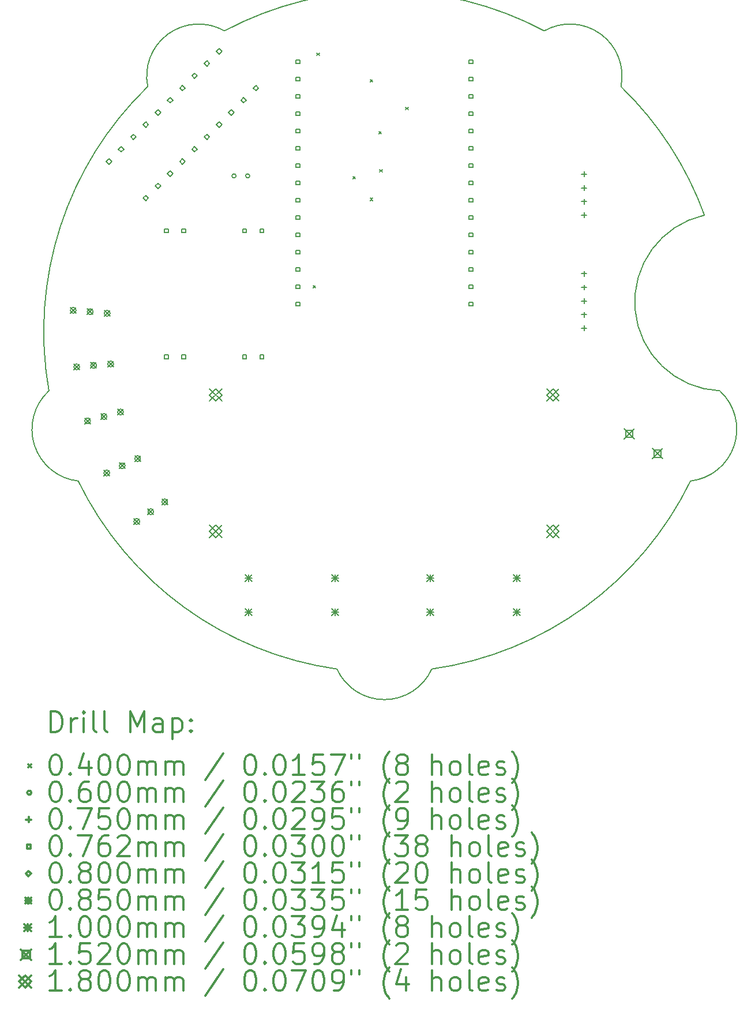
<source format=gbr>
%FSLAX45Y45*%
G04 Gerber Fmt 4.5, Leading zero omitted, Abs format (unit mm)*
G04 Created by KiCad (PCBNEW 5.1.12) date 2021-12-20 13:46:58*
%MOMM*%
%LPD*%
G01*
G04 APERTURE LIST*
%TA.AperFunction,Profile*%
%ADD10C,0.200000*%
%TD*%
%ADD11C,0.200000*%
%ADD12C,0.300000*%
G04 APERTURE END LIST*
D10*
X7647542Y-5580162D02*
G75*
G02*
X12342258Y-5580162I2347358J-4414738D01*
G01*
X5070861Y-10863141D02*
G75*
G02*
X6521608Y-6398201I4924039J868241D01*
G01*
X5500930Y-12186756D02*
G75*
G02*
X5070861Y-10863141I84843J759244D01*
G01*
X12342258Y-5580162D02*
G75*
G02*
X13468192Y-6398201I377633J-664110D01*
G01*
X14919426Y-10863162D02*
G75*
G02*
X14693363Y-8284799I56448J1304041D01*
G01*
X14919408Y-10863570D02*
G75*
G02*
X14488870Y-12186756I-515381J-563943D01*
G01*
X9299035Y-14946240D02*
G75*
G02*
X5500930Y-12186756I695866J4951340D01*
G01*
X13468192Y-6398201D02*
G75*
G02*
X14693363Y-8284799I-3473292J-3596699D01*
G01*
X14488870Y-12186756D02*
G75*
G02*
X10690766Y-14946240I-4493970J2191856D01*
G01*
X10690766Y-14946240D02*
G75*
G02*
X9299035Y-14946240I-695866J315310D01*
G01*
X6521608Y-6398201D02*
G75*
G02*
X7647542Y-5580162I748301J153929D01*
G01*
D11*
X8946200Y-9314500D02*
X8986200Y-9354500D01*
X8986200Y-9314500D02*
X8946200Y-9354500D01*
X9004100Y-5903800D02*
X9044100Y-5943800D01*
X9044100Y-5903800D02*
X9004100Y-5943800D01*
X9530400Y-7714300D02*
X9570400Y-7754300D01*
X9570400Y-7714300D02*
X9530400Y-7754300D01*
X9784400Y-6291900D02*
X9824400Y-6331900D01*
X9824400Y-6291900D02*
X9784400Y-6331900D01*
X9784400Y-8031800D02*
X9824400Y-8071800D01*
X9824400Y-8031800D02*
X9784400Y-8071800D01*
X9911400Y-7053900D02*
X9951400Y-7093900D01*
X9951400Y-7053900D02*
X9911400Y-7093900D01*
X9924100Y-7612700D02*
X9964100Y-7652700D01*
X9964100Y-7612700D02*
X9924100Y-7652700D01*
X10305100Y-6698300D02*
X10345100Y-6738300D01*
X10345100Y-6698300D02*
X10305100Y-6738300D01*
X7818300Y-7708900D02*
G75*
G03*
X7818300Y-7708900I-30000J0D01*
G01*
X8018300Y-7708900D02*
G75*
G03*
X8018300Y-7708900I-30000J0D01*
G01*
X12928600Y-7646000D02*
X12928600Y-7721000D01*
X12891100Y-7683500D02*
X12966100Y-7683500D01*
X12928600Y-7846000D02*
X12928600Y-7921000D01*
X12891100Y-7883500D02*
X12966100Y-7883500D01*
X12928600Y-8046000D02*
X12928600Y-8121000D01*
X12891100Y-8083500D02*
X12966100Y-8083500D01*
X12928600Y-8246000D02*
X12928600Y-8321000D01*
X12891100Y-8283500D02*
X12966100Y-8283500D01*
X12928600Y-9106500D02*
X12928600Y-9181500D01*
X12891100Y-9144000D02*
X12966100Y-9144000D01*
X12928600Y-9306500D02*
X12928600Y-9381500D01*
X12891100Y-9344000D02*
X12966100Y-9344000D01*
X12928600Y-9506500D02*
X12928600Y-9581500D01*
X12891100Y-9544000D02*
X12966100Y-9544000D01*
X12928600Y-9706500D02*
X12928600Y-9781500D01*
X12891100Y-9744000D02*
X12966100Y-9744000D01*
X12928600Y-9906500D02*
X12928600Y-9981500D01*
X12891100Y-9944000D02*
X12966100Y-9944000D01*
X6821441Y-8540141D02*
X6821441Y-8486259D01*
X6767559Y-8486259D01*
X6767559Y-8540141D01*
X6821441Y-8540141D01*
X6821441Y-10390141D02*
X6821441Y-10336259D01*
X6767559Y-10336259D01*
X6767559Y-10390141D01*
X6821441Y-10390141D01*
X7075441Y-8540141D02*
X7075441Y-8486259D01*
X7021559Y-8486259D01*
X7021559Y-8540141D01*
X7075441Y-8540141D01*
X7075441Y-10390141D02*
X7075441Y-10336259D01*
X7021559Y-10336259D01*
X7021559Y-10390141D01*
X7075441Y-10390141D01*
X7971441Y-8540141D02*
X7971441Y-8486259D01*
X7917559Y-8486259D01*
X7917559Y-8540141D01*
X7971441Y-8540141D01*
X7971441Y-10390141D02*
X7971441Y-10336259D01*
X7917559Y-10336259D01*
X7917559Y-10390141D01*
X7971441Y-10390141D01*
X8221441Y-8540141D02*
X8221441Y-8486259D01*
X8167559Y-8486259D01*
X8167559Y-8540141D01*
X8221441Y-8540141D01*
X8221441Y-10390141D02*
X8221441Y-10336259D01*
X8167559Y-10336259D01*
X8167559Y-10390141D01*
X8221441Y-10390141D01*
X8751841Y-6059441D02*
X8751841Y-6005559D01*
X8697959Y-6005559D01*
X8697959Y-6059441D01*
X8751841Y-6059441D01*
X8751841Y-6313441D02*
X8751841Y-6259559D01*
X8697959Y-6259559D01*
X8697959Y-6313441D01*
X8751841Y-6313441D01*
X8751841Y-6567441D02*
X8751841Y-6513559D01*
X8697959Y-6513559D01*
X8697959Y-6567441D01*
X8751841Y-6567441D01*
X8751841Y-6821441D02*
X8751841Y-6767559D01*
X8697959Y-6767559D01*
X8697959Y-6821441D01*
X8751841Y-6821441D01*
X8751841Y-7075441D02*
X8751841Y-7021559D01*
X8697959Y-7021559D01*
X8697959Y-7075441D01*
X8751841Y-7075441D01*
X8751841Y-7329441D02*
X8751841Y-7275559D01*
X8697959Y-7275559D01*
X8697959Y-7329441D01*
X8751841Y-7329441D01*
X8751841Y-7583441D02*
X8751841Y-7529559D01*
X8697959Y-7529559D01*
X8697959Y-7583441D01*
X8751841Y-7583441D01*
X8751841Y-7837441D02*
X8751841Y-7783559D01*
X8697959Y-7783559D01*
X8697959Y-7837441D01*
X8751841Y-7837441D01*
X8751841Y-8091441D02*
X8751841Y-8037559D01*
X8697959Y-8037559D01*
X8697959Y-8091441D01*
X8751841Y-8091441D01*
X8751841Y-8345441D02*
X8751841Y-8291559D01*
X8697959Y-8291559D01*
X8697959Y-8345441D01*
X8751841Y-8345441D01*
X8751841Y-8599441D02*
X8751841Y-8545559D01*
X8697959Y-8545559D01*
X8697959Y-8599441D01*
X8751841Y-8599441D01*
X8751841Y-8853441D02*
X8751841Y-8799559D01*
X8697959Y-8799559D01*
X8697959Y-8853441D01*
X8751841Y-8853441D01*
X8751841Y-9107441D02*
X8751841Y-9053559D01*
X8697959Y-9053559D01*
X8697959Y-9107441D01*
X8751841Y-9107441D01*
X8751841Y-9361441D02*
X8751841Y-9307559D01*
X8697959Y-9307559D01*
X8697959Y-9361441D01*
X8751841Y-9361441D01*
X8751841Y-9615441D02*
X8751841Y-9561559D01*
X8697959Y-9561559D01*
X8697959Y-9615441D01*
X8751841Y-9615441D01*
X11291841Y-6059441D02*
X11291841Y-6005559D01*
X11237959Y-6005559D01*
X11237959Y-6059441D01*
X11291841Y-6059441D01*
X11291841Y-6313441D02*
X11291841Y-6259559D01*
X11237959Y-6259559D01*
X11237959Y-6313441D01*
X11291841Y-6313441D01*
X11291841Y-6567441D02*
X11291841Y-6513559D01*
X11237959Y-6513559D01*
X11237959Y-6567441D01*
X11291841Y-6567441D01*
X11291841Y-6821441D02*
X11291841Y-6767559D01*
X11237959Y-6767559D01*
X11237959Y-6821441D01*
X11291841Y-6821441D01*
X11291841Y-7075441D02*
X11291841Y-7021559D01*
X11237959Y-7021559D01*
X11237959Y-7075441D01*
X11291841Y-7075441D01*
X11291841Y-7329441D02*
X11291841Y-7275559D01*
X11237959Y-7275559D01*
X11237959Y-7329441D01*
X11291841Y-7329441D01*
X11291841Y-7583441D02*
X11291841Y-7529559D01*
X11237959Y-7529559D01*
X11237959Y-7583441D01*
X11291841Y-7583441D01*
X11291841Y-7837441D02*
X11291841Y-7783559D01*
X11237959Y-7783559D01*
X11237959Y-7837441D01*
X11291841Y-7837441D01*
X11291841Y-8091441D02*
X11291841Y-8037559D01*
X11237959Y-8037559D01*
X11237959Y-8091441D01*
X11291841Y-8091441D01*
X11291841Y-8345441D02*
X11291841Y-8291559D01*
X11237959Y-8291559D01*
X11237959Y-8345441D01*
X11291841Y-8345441D01*
X11291841Y-8599441D02*
X11291841Y-8545559D01*
X11237959Y-8545559D01*
X11237959Y-8599441D01*
X11291841Y-8599441D01*
X11291841Y-8853441D02*
X11291841Y-8799559D01*
X11237959Y-8799559D01*
X11237959Y-8853441D01*
X11291841Y-8853441D01*
X11291841Y-9107441D02*
X11291841Y-9053559D01*
X11237959Y-9053559D01*
X11237959Y-9107441D01*
X11291841Y-9107441D01*
X11291841Y-9361441D02*
X11291841Y-9307559D01*
X11237959Y-9307559D01*
X11237959Y-9361441D01*
X11291841Y-9361441D01*
X11291841Y-9615441D02*
X11291841Y-9561559D01*
X11237959Y-9561559D01*
X11237959Y-9615441D01*
X11291841Y-9615441D01*
X5952754Y-7536546D02*
X5992754Y-7496546D01*
X5952754Y-7456546D01*
X5912754Y-7496546D01*
X5952754Y-7536546D01*
X6132359Y-7356941D02*
X6172359Y-7316941D01*
X6132359Y-7276941D01*
X6092359Y-7316941D01*
X6132359Y-7356941D01*
X6311964Y-7177336D02*
X6351964Y-7137336D01*
X6311964Y-7097336D01*
X6271964Y-7137336D01*
X6311964Y-7177336D01*
X6491569Y-6997731D02*
X6531569Y-6957731D01*
X6491569Y-6917731D01*
X6451569Y-6957731D01*
X6491569Y-6997731D01*
X6491569Y-8075361D02*
X6531569Y-8035361D01*
X6491569Y-7995361D01*
X6451569Y-8035361D01*
X6491569Y-8075361D01*
X6671174Y-6818126D02*
X6711174Y-6778126D01*
X6671174Y-6738126D01*
X6631174Y-6778126D01*
X6671174Y-6818126D01*
X6671174Y-7895756D02*
X6711174Y-7855756D01*
X6671174Y-7815756D01*
X6631174Y-7855756D01*
X6671174Y-7895756D01*
X6850779Y-6638520D02*
X6890779Y-6598520D01*
X6850779Y-6558520D01*
X6810779Y-6598520D01*
X6850779Y-6638520D01*
X6850779Y-7716151D02*
X6890779Y-7676151D01*
X6850779Y-7636151D01*
X6810779Y-7676151D01*
X6850779Y-7716151D01*
X7030385Y-6458915D02*
X7070385Y-6418915D01*
X7030385Y-6378915D01*
X6990385Y-6418915D01*
X7030385Y-6458915D01*
X7030385Y-7536546D02*
X7070385Y-7496546D01*
X7030385Y-7456546D01*
X6990385Y-7496546D01*
X7030385Y-7536546D01*
X7209990Y-6279310D02*
X7249990Y-6239310D01*
X7209990Y-6199310D01*
X7169990Y-6239310D01*
X7209990Y-6279310D01*
X7209990Y-7356941D02*
X7249990Y-7316941D01*
X7209990Y-7276941D01*
X7169990Y-7316941D01*
X7209990Y-7356941D01*
X7389595Y-6099705D02*
X7429595Y-6059705D01*
X7389595Y-6019705D01*
X7349595Y-6059705D01*
X7389595Y-6099705D01*
X7389595Y-7177336D02*
X7429595Y-7137336D01*
X7389595Y-7097336D01*
X7349595Y-7137336D01*
X7389595Y-7177336D01*
X7569200Y-5920100D02*
X7609200Y-5880100D01*
X7569200Y-5840100D01*
X7529200Y-5880100D01*
X7569200Y-5920100D01*
X7569200Y-6997731D02*
X7609200Y-6957731D01*
X7569200Y-6917731D01*
X7529200Y-6957731D01*
X7569200Y-6997731D01*
X7748805Y-6818126D02*
X7788805Y-6778126D01*
X7748805Y-6738126D01*
X7708805Y-6778126D01*
X7748805Y-6818126D01*
X7928410Y-6638520D02*
X7968410Y-6598520D01*
X7928410Y-6558520D01*
X7888410Y-6598520D01*
X7928410Y-6638520D01*
X8108015Y-6458915D02*
X8148015Y-6418915D01*
X8108015Y-6378915D01*
X8068015Y-6418915D01*
X8108015Y-6458915D01*
X5385351Y-9638511D02*
X5470351Y-9723511D01*
X5470351Y-9638511D02*
X5385351Y-9723511D01*
X5470351Y-9681011D02*
G75*
G03*
X5470351Y-9681011I-42500J0D01*
G01*
X5436151Y-10469489D02*
X5521151Y-10554489D01*
X5521151Y-10469489D02*
X5436151Y-10554489D01*
X5521151Y-10511989D02*
G75*
G03*
X5521151Y-10511989I-42500J0D01*
G01*
X5596118Y-11261705D02*
X5681118Y-11346705D01*
X5681118Y-11261705D02*
X5596118Y-11346705D01*
X5681118Y-11304205D02*
G75*
G03*
X5681118Y-11304205I-42500J0D01*
G01*
X5634400Y-9660300D02*
X5719400Y-9745300D01*
X5719400Y-9660300D02*
X5634400Y-9745300D01*
X5719400Y-9702800D02*
G75*
G03*
X5719400Y-9702800I-42500J0D01*
G01*
X5685200Y-10447700D02*
X5770200Y-10532700D01*
X5770200Y-10447700D02*
X5685200Y-10532700D01*
X5770200Y-10490200D02*
G75*
G03*
X5770200Y-10490200I-42500J0D01*
G01*
X5837600Y-11197000D02*
X5922600Y-11282000D01*
X5922600Y-11197000D02*
X5837600Y-11282000D01*
X5922600Y-11239500D02*
G75*
G03*
X5922600Y-11239500I-42500J0D01*
G01*
X5877723Y-12026555D02*
X5962723Y-12111555D01*
X5962723Y-12026555D02*
X5877723Y-12111555D01*
X5962723Y-12069055D02*
G75*
G03*
X5962723Y-12069055I-42500J0D01*
G01*
X5883449Y-9682089D02*
X5968449Y-9767089D01*
X5968449Y-9682089D02*
X5883449Y-9767089D01*
X5968449Y-9724589D02*
G75*
G03*
X5968449Y-9724589I-42500J0D01*
G01*
X5934249Y-10425911D02*
X6019249Y-10510911D01*
X6019249Y-10425911D02*
X5934249Y-10510911D01*
X6019249Y-10468411D02*
G75*
G03*
X6019249Y-10468411I-42500J0D01*
G01*
X6079081Y-11132295D02*
X6164081Y-11217295D01*
X6164081Y-11132295D02*
X6079081Y-11217295D01*
X6164081Y-11174795D02*
G75*
G03*
X6164081Y-11174795I-42500J0D01*
G01*
X6104300Y-11920900D02*
X6189300Y-12005900D01*
X6189300Y-11920900D02*
X6104300Y-12005900D01*
X6189300Y-11963400D02*
G75*
G03*
X6189300Y-11963400I-42500J0D01*
G01*
X6318612Y-12737394D02*
X6403612Y-12822394D01*
X6403612Y-12737394D02*
X6318612Y-12822394D01*
X6403612Y-12779894D02*
G75*
G03*
X6403612Y-12779894I-42500J0D01*
G01*
X6330877Y-11815245D02*
X6415877Y-11900245D01*
X6415877Y-11815245D02*
X6330877Y-11900245D01*
X6415877Y-11857745D02*
G75*
G03*
X6415877Y-11857745I-42500J0D01*
G01*
X6523400Y-12594000D02*
X6608400Y-12679000D01*
X6608400Y-12594000D02*
X6523400Y-12679000D01*
X6608400Y-12636500D02*
G75*
G03*
X6608400Y-12636500I-42500J0D01*
G01*
X6728188Y-12450606D02*
X6813188Y-12535606D01*
X6813188Y-12450606D02*
X6728188Y-12535606D01*
X6813188Y-12493106D02*
G75*
G03*
X6813188Y-12493106I-42500J0D01*
G01*
X7951000Y-13559700D02*
X8051000Y-13659700D01*
X8051000Y-13559700D02*
X7951000Y-13659700D01*
X8001000Y-13559700D02*
X8001000Y-13659700D01*
X7951000Y-13609700D02*
X8051000Y-13609700D01*
X7951000Y-14059700D02*
X8051000Y-14159700D01*
X8051000Y-14059700D02*
X7951000Y-14159700D01*
X8001000Y-14059700D02*
X8001000Y-14159700D01*
X7951000Y-14109700D02*
X8051000Y-14109700D01*
X9221000Y-13559700D02*
X9321000Y-13659700D01*
X9321000Y-13559700D02*
X9221000Y-13659700D01*
X9271000Y-13559700D02*
X9271000Y-13659700D01*
X9221000Y-13609700D02*
X9321000Y-13609700D01*
X9221000Y-14059700D02*
X9321000Y-14159700D01*
X9321000Y-14059700D02*
X9221000Y-14159700D01*
X9271000Y-14059700D02*
X9271000Y-14159700D01*
X9221000Y-14109700D02*
X9321000Y-14109700D01*
X10618000Y-13559700D02*
X10718000Y-13659700D01*
X10718000Y-13559700D02*
X10618000Y-13659700D01*
X10668000Y-13559700D02*
X10668000Y-13659700D01*
X10618000Y-13609700D02*
X10718000Y-13609700D01*
X10618000Y-14059700D02*
X10718000Y-14159700D01*
X10718000Y-14059700D02*
X10618000Y-14159700D01*
X10668000Y-14059700D02*
X10668000Y-14159700D01*
X10618000Y-14109700D02*
X10718000Y-14109700D01*
X11888000Y-13559700D02*
X11988000Y-13659700D01*
X11988000Y-13559700D02*
X11888000Y-13659700D01*
X11938000Y-13559700D02*
X11938000Y-13659700D01*
X11888000Y-13609700D02*
X11988000Y-13609700D01*
X11888000Y-14059700D02*
X11988000Y-14159700D01*
X11988000Y-14059700D02*
X11888000Y-14159700D01*
X11938000Y-14059700D02*
X11938000Y-14159700D01*
X11888000Y-14109700D02*
X11988000Y-14109700D01*
X13513000Y-11417500D02*
X13665000Y-11569500D01*
X13665000Y-11417500D02*
X13513000Y-11569500D01*
X13642741Y-11547241D02*
X13642741Y-11439759D01*
X13535259Y-11439759D01*
X13535259Y-11547241D01*
X13642741Y-11547241D01*
X13929129Y-11708877D02*
X14081129Y-11860877D01*
X14081129Y-11708877D02*
X13929129Y-11860877D01*
X14058870Y-11838617D02*
X14058870Y-11731136D01*
X13951389Y-11731136D01*
X13951389Y-11838617D01*
X14058870Y-11838617D01*
X7429900Y-10835300D02*
X7609900Y-11015300D01*
X7609900Y-10835300D02*
X7429900Y-11015300D01*
X7519900Y-11015300D02*
X7609900Y-10925300D01*
X7519900Y-10835300D01*
X7429900Y-10925300D01*
X7519900Y-11015300D01*
X7429900Y-12835300D02*
X7609900Y-13015300D01*
X7609900Y-12835300D02*
X7429900Y-13015300D01*
X7519900Y-13015300D02*
X7609900Y-12925300D01*
X7519900Y-12835300D01*
X7429900Y-12925300D01*
X7519900Y-13015300D01*
X12379900Y-10835300D02*
X12559900Y-11015300D01*
X12559900Y-10835300D02*
X12379900Y-11015300D01*
X12469900Y-11015300D02*
X12559900Y-10925300D01*
X12469900Y-10835300D01*
X12379900Y-10925300D01*
X12469900Y-11015300D01*
X12379900Y-12835300D02*
X12559900Y-13015300D01*
X12559900Y-12835300D02*
X12379900Y-13015300D01*
X12469900Y-13015300D02*
X12559900Y-12925300D01*
X12469900Y-12835300D01*
X12379900Y-12925300D01*
X12469900Y-13015300D01*
D12*
X5098232Y-15870614D02*
X5098232Y-15570614D01*
X5169661Y-15570614D01*
X5212518Y-15584900D01*
X5241089Y-15613471D01*
X5255375Y-15642043D01*
X5269661Y-15699186D01*
X5269661Y-15742043D01*
X5255375Y-15799186D01*
X5241089Y-15827757D01*
X5212518Y-15856329D01*
X5169661Y-15870614D01*
X5098232Y-15870614D01*
X5398232Y-15870614D02*
X5398232Y-15670614D01*
X5398232Y-15727757D02*
X5412518Y-15699186D01*
X5426803Y-15684900D01*
X5455375Y-15670614D01*
X5483946Y-15670614D01*
X5583946Y-15870614D02*
X5583946Y-15670614D01*
X5583946Y-15570614D02*
X5569661Y-15584900D01*
X5583946Y-15599186D01*
X5598232Y-15584900D01*
X5583946Y-15570614D01*
X5583946Y-15599186D01*
X5769660Y-15870614D02*
X5741089Y-15856329D01*
X5726803Y-15827757D01*
X5726803Y-15570614D01*
X5926803Y-15870614D02*
X5898232Y-15856329D01*
X5883946Y-15827757D01*
X5883946Y-15570614D01*
X6269660Y-15870614D02*
X6269660Y-15570614D01*
X6369660Y-15784900D01*
X6469660Y-15570614D01*
X6469660Y-15870614D01*
X6741089Y-15870614D02*
X6741089Y-15713471D01*
X6726803Y-15684900D01*
X6698232Y-15670614D01*
X6641089Y-15670614D01*
X6612518Y-15684900D01*
X6741089Y-15856329D02*
X6712518Y-15870614D01*
X6641089Y-15870614D01*
X6612518Y-15856329D01*
X6598232Y-15827757D01*
X6598232Y-15799186D01*
X6612518Y-15770614D01*
X6641089Y-15756329D01*
X6712518Y-15756329D01*
X6741089Y-15742043D01*
X6883946Y-15670614D02*
X6883946Y-15970614D01*
X6883946Y-15684900D02*
X6912518Y-15670614D01*
X6969660Y-15670614D01*
X6998232Y-15684900D01*
X7012518Y-15699186D01*
X7026803Y-15727757D01*
X7026803Y-15813471D01*
X7012518Y-15842043D01*
X6998232Y-15856329D01*
X6969660Y-15870614D01*
X6912518Y-15870614D01*
X6883946Y-15856329D01*
X7155375Y-15842043D02*
X7169660Y-15856329D01*
X7155375Y-15870614D01*
X7141089Y-15856329D01*
X7155375Y-15842043D01*
X7155375Y-15870614D01*
X7155375Y-15684900D02*
X7169660Y-15699186D01*
X7155375Y-15713471D01*
X7141089Y-15699186D01*
X7155375Y-15684900D01*
X7155375Y-15713471D01*
X4771803Y-16344900D02*
X4811803Y-16384900D01*
X4811803Y-16344900D02*
X4771803Y-16384900D01*
X5155375Y-16200614D02*
X5183946Y-16200614D01*
X5212518Y-16214900D01*
X5226803Y-16229186D01*
X5241089Y-16257757D01*
X5255375Y-16314900D01*
X5255375Y-16386329D01*
X5241089Y-16443471D01*
X5226803Y-16472043D01*
X5212518Y-16486329D01*
X5183946Y-16500614D01*
X5155375Y-16500614D01*
X5126803Y-16486329D01*
X5112518Y-16472043D01*
X5098232Y-16443471D01*
X5083946Y-16386329D01*
X5083946Y-16314900D01*
X5098232Y-16257757D01*
X5112518Y-16229186D01*
X5126803Y-16214900D01*
X5155375Y-16200614D01*
X5383946Y-16472043D02*
X5398232Y-16486329D01*
X5383946Y-16500614D01*
X5369661Y-16486329D01*
X5383946Y-16472043D01*
X5383946Y-16500614D01*
X5655375Y-16300614D02*
X5655375Y-16500614D01*
X5583946Y-16186329D02*
X5512518Y-16400614D01*
X5698232Y-16400614D01*
X5869660Y-16200614D02*
X5898232Y-16200614D01*
X5926803Y-16214900D01*
X5941089Y-16229186D01*
X5955375Y-16257757D01*
X5969660Y-16314900D01*
X5969660Y-16386329D01*
X5955375Y-16443471D01*
X5941089Y-16472043D01*
X5926803Y-16486329D01*
X5898232Y-16500614D01*
X5869660Y-16500614D01*
X5841089Y-16486329D01*
X5826803Y-16472043D01*
X5812518Y-16443471D01*
X5798232Y-16386329D01*
X5798232Y-16314900D01*
X5812518Y-16257757D01*
X5826803Y-16229186D01*
X5841089Y-16214900D01*
X5869660Y-16200614D01*
X6155375Y-16200614D02*
X6183946Y-16200614D01*
X6212518Y-16214900D01*
X6226803Y-16229186D01*
X6241089Y-16257757D01*
X6255375Y-16314900D01*
X6255375Y-16386329D01*
X6241089Y-16443471D01*
X6226803Y-16472043D01*
X6212518Y-16486329D01*
X6183946Y-16500614D01*
X6155375Y-16500614D01*
X6126803Y-16486329D01*
X6112518Y-16472043D01*
X6098232Y-16443471D01*
X6083946Y-16386329D01*
X6083946Y-16314900D01*
X6098232Y-16257757D01*
X6112518Y-16229186D01*
X6126803Y-16214900D01*
X6155375Y-16200614D01*
X6383946Y-16500614D02*
X6383946Y-16300614D01*
X6383946Y-16329186D02*
X6398232Y-16314900D01*
X6426803Y-16300614D01*
X6469660Y-16300614D01*
X6498232Y-16314900D01*
X6512518Y-16343471D01*
X6512518Y-16500614D01*
X6512518Y-16343471D02*
X6526803Y-16314900D01*
X6555375Y-16300614D01*
X6598232Y-16300614D01*
X6626803Y-16314900D01*
X6641089Y-16343471D01*
X6641089Y-16500614D01*
X6783946Y-16500614D02*
X6783946Y-16300614D01*
X6783946Y-16329186D02*
X6798232Y-16314900D01*
X6826803Y-16300614D01*
X6869660Y-16300614D01*
X6898232Y-16314900D01*
X6912518Y-16343471D01*
X6912518Y-16500614D01*
X6912518Y-16343471D02*
X6926803Y-16314900D01*
X6955375Y-16300614D01*
X6998232Y-16300614D01*
X7026803Y-16314900D01*
X7041089Y-16343471D01*
X7041089Y-16500614D01*
X7626803Y-16186329D02*
X7369660Y-16572043D01*
X8012518Y-16200614D02*
X8041089Y-16200614D01*
X8069660Y-16214900D01*
X8083946Y-16229186D01*
X8098232Y-16257757D01*
X8112518Y-16314900D01*
X8112518Y-16386329D01*
X8098232Y-16443471D01*
X8083946Y-16472043D01*
X8069660Y-16486329D01*
X8041089Y-16500614D01*
X8012518Y-16500614D01*
X7983946Y-16486329D01*
X7969660Y-16472043D01*
X7955375Y-16443471D01*
X7941089Y-16386329D01*
X7941089Y-16314900D01*
X7955375Y-16257757D01*
X7969660Y-16229186D01*
X7983946Y-16214900D01*
X8012518Y-16200614D01*
X8241089Y-16472043D02*
X8255375Y-16486329D01*
X8241089Y-16500614D01*
X8226803Y-16486329D01*
X8241089Y-16472043D01*
X8241089Y-16500614D01*
X8441089Y-16200614D02*
X8469661Y-16200614D01*
X8498232Y-16214900D01*
X8512518Y-16229186D01*
X8526803Y-16257757D01*
X8541089Y-16314900D01*
X8541089Y-16386329D01*
X8526803Y-16443471D01*
X8512518Y-16472043D01*
X8498232Y-16486329D01*
X8469661Y-16500614D01*
X8441089Y-16500614D01*
X8412518Y-16486329D01*
X8398232Y-16472043D01*
X8383946Y-16443471D01*
X8369660Y-16386329D01*
X8369660Y-16314900D01*
X8383946Y-16257757D01*
X8398232Y-16229186D01*
X8412518Y-16214900D01*
X8441089Y-16200614D01*
X8826803Y-16500614D02*
X8655375Y-16500614D01*
X8741089Y-16500614D02*
X8741089Y-16200614D01*
X8712518Y-16243471D01*
X8683946Y-16272043D01*
X8655375Y-16286329D01*
X9098232Y-16200614D02*
X8955375Y-16200614D01*
X8941089Y-16343471D01*
X8955375Y-16329186D01*
X8983946Y-16314900D01*
X9055375Y-16314900D01*
X9083946Y-16329186D01*
X9098232Y-16343471D01*
X9112518Y-16372043D01*
X9112518Y-16443471D01*
X9098232Y-16472043D01*
X9083946Y-16486329D01*
X9055375Y-16500614D01*
X8983946Y-16500614D01*
X8955375Y-16486329D01*
X8941089Y-16472043D01*
X9212518Y-16200614D02*
X9412518Y-16200614D01*
X9283946Y-16500614D01*
X9512518Y-16200614D02*
X9512518Y-16257757D01*
X9626803Y-16200614D02*
X9626803Y-16257757D01*
X10069661Y-16614900D02*
X10055375Y-16600614D01*
X10026803Y-16557757D01*
X10012518Y-16529186D01*
X9998232Y-16486329D01*
X9983946Y-16414900D01*
X9983946Y-16357757D01*
X9998232Y-16286329D01*
X10012518Y-16243471D01*
X10026803Y-16214900D01*
X10055375Y-16172043D01*
X10069661Y-16157757D01*
X10226803Y-16329186D02*
X10198232Y-16314900D01*
X10183946Y-16300614D01*
X10169661Y-16272043D01*
X10169661Y-16257757D01*
X10183946Y-16229186D01*
X10198232Y-16214900D01*
X10226803Y-16200614D01*
X10283946Y-16200614D01*
X10312518Y-16214900D01*
X10326803Y-16229186D01*
X10341089Y-16257757D01*
X10341089Y-16272043D01*
X10326803Y-16300614D01*
X10312518Y-16314900D01*
X10283946Y-16329186D01*
X10226803Y-16329186D01*
X10198232Y-16343471D01*
X10183946Y-16357757D01*
X10169661Y-16386329D01*
X10169661Y-16443471D01*
X10183946Y-16472043D01*
X10198232Y-16486329D01*
X10226803Y-16500614D01*
X10283946Y-16500614D01*
X10312518Y-16486329D01*
X10326803Y-16472043D01*
X10341089Y-16443471D01*
X10341089Y-16386329D01*
X10326803Y-16357757D01*
X10312518Y-16343471D01*
X10283946Y-16329186D01*
X10698232Y-16500614D02*
X10698232Y-16200614D01*
X10826803Y-16500614D02*
X10826803Y-16343471D01*
X10812518Y-16314900D01*
X10783946Y-16300614D01*
X10741089Y-16300614D01*
X10712518Y-16314900D01*
X10698232Y-16329186D01*
X11012518Y-16500614D02*
X10983946Y-16486329D01*
X10969661Y-16472043D01*
X10955375Y-16443471D01*
X10955375Y-16357757D01*
X10969661Y-16329186D01*
X10983946Y-16314900D01*
X11012518Y-16300614D01*
X11055375Y-16300614D01*
X11083946Y-16314900D01*
X11098232Y-16329186D01*
X11112518Y-16357757D01*
X11112518Y-16443471D01*
X11098232Y-16472043D01*
X11083946Y-16486329D01*
X11055375Y-16500614D01*
X11012518Y-16500614D01*
X11283946Y-16500614D02*
X11255375Y-16486329D01*
X11241089Y-16457757D01*
X11241089Y-16200614D01*
X11512518Y-16486329D02*
X11483946Y-16500614D01*
X11426803Y-16500614D01*
X11398232Y-16486329D01*
X11383946Y-16457757D01*
X11383946Y-16343471D01*
X11398232Y-16314900D01*
X11426803Y-16300614D01*
X11483946Y-16300614D01*
X11512518Y-16314900D01*
X11526803Y-16343471D01*
X11526803Y-16372043D01*
X11383946Y-16400614D01*
X11641089Y-16486329D02*
X11669660Y-16500614D01*
X11726803Y-16500614D01*
X11755375Y-16486329D01*
X11769660Y-16457757D01*
X11769660Y-16443471D01*
X11755375Y-16414900D01*
X11726803Y-16400614D01*
X11683946Y-16400614D01*
X11655375Y-16386329D01*
X11641089Y-16357757D01*
X11641089Y-16343471D01*
X11655375Y-16314900D01*
X11683946Y-16300614D01*
X11726803Y-16300614D01*
X11755375Y-16314900D01*
X11869660Y-16614900D02*
X11883946Y-16600614D01*
X11912518Y-16557757D01*
X11926803Y-16529186D01*
X11941089Y-16486329D01*
X11955375Y-16414900D01*
X11955375Y-16357757D01*
X11941089Y-16286329D01*
X11926803Y-16243471D01*
X11912518Y-16214900D01*
X11883946Y-16172043D01*
X11869660Y-16157757D01*
X4811803Y-16760900D02*
G75*
G03*
X4811803Y-16760900I-30000J0D01*
G01*
X5155375Y-16596614D02*
X5183946Y-16596614D01*
X5212518Y-16610900D01*
X5226803Y-16625186D01*
X5241089Y-16653757D01*
X5255375Y-16710900D01*
X5255375Y-16782329D01*
X5241089Y-16839472D01*
X5226803Y-16868043D01*
X5212518Y-16882329D01*
X5183946Y-16896614D01*
X5155375Y-16896614D01*
X5126803Y-16882329D01*
X5112518Y-16868043D01*
X5098232Y-16839472D01*
X5083946Y-16782329D01*
X5083946Y-16710900D01*
X5098232Y-16653757D01*
X5112518Y-16625186D01*
X5126803Y-16610900D01*
X5155375Y-16596614D01*
X5383946Y-16868043D02*
X5398232Y-16882329D01*
X5383946Y-16896614D01*
X5369661Y-16882329D01*
X5383946Y-16868043D01*
X5383946Y-16896614D01*
X5655375Y-16596614D02*
X5598232Y-16596614D01*
X5569661Y-16610900D01*
X5555375Y-16625186D01*
X5526803Y-16668043D01*
X5512518Y-16725186D01*
X5512518Y-16839472D01*
X5526803Y-16868043D01*
X5541089Y-16882329D01*
X5569661Y-16896614D01*
X5626803Y-16896614D01*
X5655375Y-16882329D01*
X5669660Y-16868043D01*
X5683946Y-16839472D01*
X5683946Y-16768043D01*
X5669660Y-16739471D01*
X5655375Y-16725186D01*
X5626803Y-16710900D01*
X5569661Y-16710900D01*
X5541089Y-16725186D01*
X5526803Y-16739471D01*
X5512518Y-16768043D01*
X5869660Y-16596614D02*
X5898232Y-16596614D01*
X5926803Y-16610900D01*
X5941089Y-16625186D01*
X5955375Y-16653757D01*
X5969660Y-16710900D01*
X5969660Y-16782329D01*
X5955375Y-16839472D01*
X5941089Y-16868043D01*
X5926803Y-16882329D01*
X5898232Y-16896614D01*
X5869660Y-16896614D01*
X5841089Y-16882329D01*
X5826803Y-16868043D01*
X5812518Y-16839472D01*
X5798232Y-16782329D01*
X5798232Y-16710900D01*
X5812518Y-16653757D01*
X5826803Y-16625186D01*
X5841089Y-16610900D01*
X5869660Y-16596614D01*
X6155375Y-16596614D02*
X6183946Y-16596614D01*
X6212518Y-16610900D01*
X6226803Y-16625186D01*
X6241089Y-16653757D01*
X6255375Y-16710900D01*
X6255375Y-16782329D01*
X6241089Y-16839472D01*
X6226803Y-16868043D01*
X6212518Y-16882329D01*
X6183946Y-16896614D01*
X6155375Y-16896614D01*
X6126803Y-16882329D01*
X6112518Y-16868043D01*
X6098232Y-16839472D01*
X6083946Y-16782329D01*
X6083946Y-16710900D01*
X6098232Y-16653757D01*
X6112518Y-16625186D01*
X6126803Y-16610900D01*
X6155375Y-16596614D01*
X6383946Y-16896614D02*
X6383946Y-16696614D01*
X6383946Y-16725186D02*
X6398232Y-16710900D01*
X6426803Y-16696614D01*
X6469660Y-16696614D01*
X6498232Y-16710900D01*
X6512518Y-16739471D01*
X6512518Y-16896614D01*
X6512518Y-16739471D02*
X6526803Y-16710900D01*
X6555375Y-16696614D01*
X6598232Y-16696614D01*
X6626803Y-16710900D01*
X6641089Y-16739471D01*
X6641089Y-16896614D01*
X6783946Y-16896614D02*
X6783946Y-16696614D01*
X6783946Y-16725186D02*
X6798232Y-16710900D01*
X6826803Y-16696614D01*
X6869660Y-16696614D01*
X6898232Y-16710900D01*
X6912518Y-16739471D01*
X6912518Y-16896614D01*
X6912518Y-16739471D02*
X6926803Y-16710900D01*
X6955375Y-16696614D01*
X6998232Y-16696614D01*
X7026803Y-16710900D01*
X7041089Y-16739471D01*
X7041089Y-16896614D01*
X7626803Y-16582329D02*
X7369660Y-16968043D01*
X8012518Y-16596614D02*
X8041089Y-16596614D01*
X8069660Y-16610900D01*
X8083946Y-16625186D01*
X8098232Y-16653757D01*
X8112518Y-16710900D01*
X8112518Y-16782329D01*
X8098232Y-16839472D01*
X8083946Y-16868043D01*
X8069660Y-16882329D01*
X8041089Y-16896614D01*
X8012518Y-16896614D01*
X7983946Y-16882329D01*
X7969660Y-16868043D01*
X7955375Y-16839472D01*
X7941089Y-16782329D01*
X7941089Y-16710900D01*
X7955375Y-16653757D01*
X7969660Y-16625186D01*
X7983946Y-16610900D01*
X8012518Y-16596614D01*
X8241089Y-16868043D02*
X8255375Y-16882329D01*
X8241089Y-16896614D01*
X8226803Y-16882329D01*
X8241089Y-16868043D01*
X8241089Y-16896614D01*
X8441089Y-16596614D02*
X8469661Y-16596614D01*
X8498232Y-16610900D01*
X8512518Y-16625186D01*
X8526803Y-16653757D01*
X8541089Y-16710900D01*
X8541089Y-16782329D01*
X8526803Y-16839472D01*
X8512518Y-16868043D01*
X8498232Y-16882329D01*
X8469661Y-16896614D01*
X8441089Y-16896614D01*
X8412518Y-16882329D01*
X8398232Y-16868043D01*
X8383946Y-16839472D01*
X8369660Y-16782329D01*
X8369660Y-16710900D01*
X8383946Y-16653757D01*
X8398232Y-16625186D01*
X8412518Y-16610900D01*
X8441089Y-16596614D01*
X8655375Y-16625186D02*
X8669661Y-16610900D01*
X8698232Y-16596614D01*
X8769661Y-16596614D01*
X8798232Y-16610900D01*
X8812518Y-16625186D01*
X8826803Y-16653757D01*
X8826803Y-16682329D01*
X8812518Y-16725186D01*
X8641089Y-16896614D01*
X8826803Y-16896614D01*
X8926803Y-16596614D02*
X9112518Y-16596614D01*
X9012518Y-16710900D01*
X9055375Y-16710900D01*
X9083946Y-16725186D01*
X9098232Y-16739471D01*
X9112518Y-16768043D01*
X9112518Y-16839472D01*
X9098232Y-16868043D01*
X9083946Y-16882329D01*
X9055375Y-16896614D01*
X8969661Y-16896614D01*
X8941089Y-16882329D01*
X8926803Y-16868043D01*
X9369661Y-16596614D02*
X9312518Y-16596614D01*
X9283946Y-16610900D01*
X9269661Y-16625186D01*
X9241089Y-16668043D01*
X9226803Y-16725186D01*
X9226803Y-16839472D01*
X9241089Y-16868043D01*
X9255375Y-16882329D01*
X9283946Y-16896614D01*
X9341089Y-16896614D01*
X9369661Y-16882329D01*
X9383946Y-16868043D01*
X9398232Y-16839472D01*
X9398232Y-16768043D01*
X9383946Y-16739471D01*
X9369661Y-16725186D01*
X9341089Y-16710900D01*
X9283946Y-16710900D01*
X9255375Y-16725186D01*
X9241089Y-16739471D01*
X9226803Y-16768043D01*
X9512518Y-16596614D02*
X9512518Y-16653757D01*
X9626803Y-16596614D02*
X9626803Y-16653757D01*
X10069661Y-17010900D02*
X10055375Y-16996614D01*
X10026803Y-16953757D01*
X10012518Y-16925186D01*
X9998232Y-16882329D01*
X9983946Y-16810900D01*
X9983946Y-16753757D01*
X9998232Y-16682329D01*
X10012518Y-16639471D01*
X10026803Y-16610900D01*
X10055375Y-16568043D01*
X10069661Y-16553757D01*
X10169661Y-16625186D02*
X10183946Y-16610900D01*
X10212518Y-16596614D01*
X10283946Y-16596614D01*
X10312518Y-16610900D01*
X10326803Y-16625186D01*
X10341089Y-16653757D01*
X10341089Y-16682329D01*
X10326803Y-16725186D01*
X10155375Y-16896614D01*
X10341089Y-16896614D01*
X10698232Y-16896614D02*
X10698232Y-16596614D01*
X10826803Y-16896614D02*
X10826803Y-16739471D01*
X10812518Y-16710900D01*
X10783946Y-16696614D01*
X10741089Y-16696614D01*
X10712518Y-16710900D01*
X10698232Y-16725186D01*
X11012518Y-16896614D02*
X10983946Y-16882329D01*
X10969661Y-16868043D01*
X10955375Y-16839472D01*
X10955375Y-16753757D01*
X10969661Y-16725186D01*
X10983946Y-16710900D01*
X11012518Y-16696614D01*
X11055375Y-16696614D01*
X11083946Y-16710900D01*
X11098232Y-16725186D01*
X11112518Y-16753757D01*
X11112518Y-16839472D01*
X11098232Y-16868043D01*
X11083946Y-16882329D01*
X11055375Y-16896614D01*
X11012518Y-16896614D01*
X11283946Y-16896614D02*
X11255375Y-16882329D01*
X11241089Y-16853757D01*
X11241089Y-16596614D01*
X11512518Y-16882329D02*
X11483946Y-16896614D01*
X11426803Y-16896614D01*
X11398232Y-16882329D01*
X11383946Y-16853757D01*
X11383946Y-16739471D01*
X11398232Y-16710900D01*
X11426803Y-16696614D01*
X11483946Y-16696614D01*
X11512518Y-16710900D01*
X11526803Y-16739471D01*
X11526803Y-16768043D01*
X11383946Y-16796614D01*
X11641089Y-16882329D02*
X11669660Y-16896614D01*
X11726803Y-16896614D01*
X11755375Y-16882329D01*
X11769660Y-16853757D01*
X11769660Y-16839472D01*
X11755375Y-16810900D01*
X11726803Y-16796614D01*
X11683946Y-16796614D01*
X11655375Y-16782329D01*
X11641089Y-16753757D01*
X11641089Y-16739471D01*
X11655375Y-16710900D01*
X11683946Y-16696614D01*
X11726803Y-16696614D01*
X11755375Y-16710900D01*
X11869660Y-17010900D02*
X11883946Y-16996614D01*
X11912518Y-16953757D01*
X11926803Y-16925186D01*
X11941089Y-16882329D01*
X11955375Y-16810900D01*
X11955375Y-16753757D01*
X11941089Y-16682329D01*
X11926803Y-16639471D01*
X11912518Y-16610900D01*
X11883946Y-16568043D01*
X11869660Y-16553757D01*
X4774303Y-17119400D02*
X4774303Y-17194400D01*
X4736803Y-17156900D02*
X4811803Y-17156900D01*
X5155375Y-16992614D02*
X5183946Y-16992614D01*
X5212518Y-17006900D01*
X5226803Y-17021186D01*
X5241089Y-17049757D01*
X5255375Y-17106900D01*
X5255375Y-17178329D01*
X5241089Y-17235472D01*
X5226803Y-17264043D01*
X5212518Y-17278329D01*
X5183946Y-17292614D01*
X5155375Y-17292614D01*
X5126803Y-17278329D01*
X5112518Y-17264043D01*
X5098232Y-17235472D01*
X5083946Y-17178329D01*
X5083946Y-17106900D01*
X5098232Y-17049757D01*
X5112518Y-17021186D01*
X5126803Y-17006900D01*
X5155375Y-16992614D01*
X5383946Y-17264043D02*
X5398232Y-17278329D01*
X5383946Y-17292614D01*
X5369661Y-17278329D01*
X5383946Y-17264043D01*
X5383946Y-17292614D01*
X5498232Y-16992614D02*
X5698232Y-16992614D01*
X5569661Y-17292614D01*
X5955375Y-16992614D02*
X5812518Y-16992614D01*
X5798232Y-17135472D01*
X5812518Y-17121186D01*
X5841089Y-17106900D01*
X5912518Y-17106900D01*
X5941089Y-17121186D01*
X5955375Y-17135472D01*
X5969660Y-17164043D01*
X5969660Y-17235472D01*
X5955375Y-17264043D01*
X5941089Y-17278329D01*
X5912518Y-17292614D01*
X5841089Y-17292614D01*
X5812518Y-17278329D01*
X5798232Y-17264043D01*
X6155375Y-16992614D02*
X6183946Y-16992614D01*
X6212518Y-17006900D01*
X6226803Y-17021186D01*
X6241089Y-17049757D01*
X6255375Y-17106900D01*
X6255375Y-17178329D01*
X6241089Y-17235472D01*
X6226803Y-17264043D01*
X6212518Y-17278329D01*
X6183946Y-17292614D01*
X6155375Y-17292614D01*
X6126803Y-17278329D01*
X6112518Y-17264043D01*
X6098232Y-17235472D01*
X6083946Y-17178329D01*
X6083946Y-17106900D01*
X6098232Y-17049757D01*
X6112518Y-17021186D01*
X6126803Y-17006900D01*
X6155375Y-16992614D01*
X6383946Y-17292614D02*
X6383946Y-17092614D01*
X6383946Y-17121186D02*
X6398232Y-17106900D01*
X6426803Y-17092614D01*
X6469660Y-17092614D01*
X6498232Y-17106900D01*
X6512518Y-17135472D01*
X6512518Y-17292614D01*
X6512518Y-17135472D02*
X6526803Y-17106900D01*
X6555375Y-17092614D01*
X6598232Y-17092614D01*
X6626803Y-17106900D01*
X6641089Y-17135472D01*
X6641089Y-17292614D01*
X6783946Y-17292614D02*
X6783946Y-17092614D01*
X6783946Y-17121186D02*
X6798232Y-17106900D01*
X6826803Y-17092614D01*
X6869660Y-17092614D01*
X6898232Y-17106900D01*
X6912518Y-17135472D01*
X6912518Y-17292614D01*
X6912518Y-17135472D02*
X6926803Y-17106900D01*
X6955375Y-17092614D01*
X6998232Y-17092614D01*
X7026803Y-17106900D01*
X7041089Y-17135472D01*
X7041089Y-17292614D01*
X7626803Y-16978329D02*
X7369660Y-17364043D01*
X8012518Y-16992614D02*
X8041089Y-16992614D01*
X8069660Y-17006900D01*
X8083946Y-17021186D01*
X8098232Y-17049757D01*
X8112518Y-17106900D01*
X8112518Y-17178329D01*
X8098232Y-17235472D01*
X8083946Y-17264043D01*
X8069660Y-17278329D01*
X8041089Y-17292614D01*
X8012518Y-17292614D01*
X7983946Y-17278329D01*
X7969660Y-17264043D01*
X7955375Y-17235472D01*
X7941089Y-17178329D01*
X7941089Y-17106900D01*
X7955375Y-17049757D01*
X7969660Y-17021186D01*
X7983946Y-17006900D01*
X8012518Y-16992614D01*
X8241089Y-17264043D02*
X8255375Y-17278329D01*
X8241089Y-17292614D01*
X8226803Y-17278329D01*
X8241089Y-17264043D01*
X8241089Y-17292614D01*
X8441089Y-16992614D02*
X8469661Y-16992614D01*
X8498232Y-17006900D01*
X8512518Y-17021186D01*
X8526803Y-17049757D01*
X8541089Y-17106900D01*
X8541089Y-17178329D01*
X8526803Y-17235472D01*
X8512518Y-17264043D01*
X8498232Y-17278329D01*
X8469661Y-17292614D01*
X8441089Y-17292614D01*
X8412518Y-17278329D01*
X8398232Y-17264043D01*
X8383946Y-17235472D01*
X8369660Y-17178329D01*
X8369660Y-17106900D01*
X8383946Y-17049757D01*
X8398232Y-17021186D01*
X8412518Y-17006900D01*
X8441089Y-16992614D01*
X8655375Y-17021186D02*
X8669661Y-17006900D01*
X8698232Y-16992614D01*
X8769661Y-16992614D01*
X8798232Y-17006900D01*
X8812518Y-17021186D01*
X8826803Y-17049757D01*
X8826803Y-17078329D01*
X8812518Y-17121186D01*
X8641089Y-17292614D01*
X8826803Y-17292614D01*
X8969661Y-17292614D02*
X9026803Y-17292614D01*
X9055375Y-17278329D01*
X9069661Y-17264043D01*
X9098232Y-17221186D01*
X9112518Y-17164043D01*
X9112518Y-17049757D01*
X9098232Y-17021186D01*
X9083946Y-17006900D01*
X9055375Y-16992614D01*
X8998232Y-16992614D01*
X8969661Y-17006900D01*
X8955375Y-17021186D01*
X8941089Y-17049757D01*
X8941089Y-17121186D01*
X8955375Y-17149757D01*
X8969661Y-17164043D01*
X8998232Y-17178329D01*
X9055375Y-17178329D01*
X9083946Y-17164043D01*
X9098232Y-17149757D01*
X9112518Y-17121186D01*
X9383946Y-16992614D02*
X9241089Y-16992614D01*
X9226803Y-17135472D01*
X9241089Y-17121186D01*
X9269661Y-17106900D01*
X9341089Y-17106900D01*
X9369661Y-17121186D01*
X9383946Y-17135472D01*
X9398232Y-17164043D01*
X9398232Y-17235472D01*
X9383946Y-17264043D01*
X9369661Y-17278329D01*
X9341089Y-17292614D01*
X9269661Y-17292614D01*
X9241089Y-17278329D01*
X9226803Y-17264043D01*
X9512518Y-16992614D02*
X9512518Y-17049757D01*
X9626803Y-16992614D02*
X9626803Y-17049757D01*
X10069661Y-17406900D02*
X10055375Y-17392614D01*
X10026803Y-17349757D01*
X10012518Y-17321186D01*
X9998232Y-17278329D01*
X9983946Y-17206900D01*
X9983946Y-17149757D01*
X9998232Y-17078329D01*
X10012518Y-17035472D01*
X10026803Y-17006900D01*
X10055375Y-16964043D01*
X10069661Y-16949757D01*
X10198232Y-17292614D02*
X10255375Y-17292614D01*
X10283946Y-17278329D01*
X10298232Y-17264043D01*
X10326803Y-17221186D01*
X10341089Y-17164043D01*
X10341089Y-17049757D01*
X10326803Y-17021186D01*
X10312518Y-17006900D01*
X10283946Y-16992614D01*
X10226803Y-16992614D01*
X10198232Y-17006900D01*
X10183946Y-17021186D01*
X10169661Y-17049757D01*
X10169661Y-17121186D01*
X10183946Y-17149757D01*
X10198232Y-17164043D01*
X10226803Y-17178329D01*
X10283946Y-17178329D01*
X10312518Y-17164043D01*
X10326803Y-17149757D01*
X10341089Y-17121186D01*
X10698232Y-17292614D02*
X10698232Y-16992614D01*
X10826803Y-17292614D02*
X10826803Y-17135472D01*
X10812518Y-17106900D01*
X10783946Y-17092614D01*
X10741089Y-17092614D01*
X10712518Y-17106900D01*
X10698232Y-17121186D01*
X11012518Y-17292614D02*
X10983946Y-17278329D01*
X10969661Y-17264043D01*
X10955375Y-17235472D01*
X10955375Y-17149757D01*
X10969661Y-17121186D01*
X10983946Y-17106900D01*
X11012518Y-17092614D01*
X11055375Y-17092614D01*
X11083946Y-17106900D01*
X11098232Y-17121186D01*
X11112518Y-17149757D01*
X11112518Y-17235472D01*
X11098232Y-17264043D01*
X11083946Y-17278329D01*
X11055375Y-17292614D01*
X11012518Y-17292614D01*
X11283946Y-17292614D02*
X11255375Y-17278329D01*
X11241089Y-17249757D01*
X11241089Y-16992614D01*
X11512518Y-17278329D02*
X11483946Y-17292614D01*
X11426803Y-17292614D01*
X11398232Y-17278329D01*
X11383946Y-17249757D01*
X11383946Y-17135472D01*
X11398232Y-17106900D01*
X11426803Y-17092614D01*
X11483946Y-17092614D01*
X11512518Y-17106900D01*
X11526803Y-17135472D01*
X11526803Y-17164043D01*
X11383946Y-17192614D01*
X11641089Y-17278329D02*
X11669660Y-17292614D01*
X11726803Y-17292614D01*
X11755375Y-17278329D01*
X11769660Y-17249757D01*
X11769660Y-17235472D01*
X11755375Y-17206900D01*
X11726803Y-17192614D01*
X11683946Y-17192614D01*
X11655375Y-17178329D01*
X11641089Y-17149757D01*
X11641089Y-17135472D01*
X11655375Y-17106900D01*
X11683946Y-17092614D01*
X11726803Y-17092614D01*
X11755375Y-17106900D01*
X11869660Y-17406900D02*
X11883946Y-17392614D01*
X11912518Y-17349757D01*
X11926803Y-17321186D01*
X11941089Y-17278329D01*
X11955375Y-17206900D01*
X11955375Y-17149757D01*
X11941089Y-17078329D01*
X11926803Y-17035472D01*
X11912518Y-17006900D01*
X11883946Y-16964043D01*
X11869660Y-16949757D01*
X4800644Y-17579841D02*
X4800644Y-17525959D01*
X4746762Y-17525959D01*
X4746762Y-17579841D01*
X4800644Y-17579841D01*
X5155375Y-17388614D02*
X5183946Y-17388614D01*
X5212518Y-17402900D01*
X5226803Y-17417186D01*
X5241089Y-17445757D01*
X5255375Y-17502900D01*
X5255375Y-17574329D01*
X5241089Y-17631472D01*
X5226803Y-17660043D01*
X5212518Y-17674329D01*
X5183946Y-17688614D01*
X5155375Y-17688614D01*
X5126803Y-17674329D01*
X5112518Y-17660043D01*
X5098232Y-17631472D01*
X5083946Y-17574329D01*
X5083946Y-17502900D01*
X5098232Y-17445757D01*
X5112518Y-17417186D01*
X5126803Y-17402900D01*
X5155375Y-17388614D01*
X5383946Y-17660043D02*
X5398232Y-17674329D01*
X5383946Y-17688614D01*
X5369661Y-17674329D01*
X5383946Y-17660043D01*
X5383946Y-17688614D01*
X5498232Y-17388614D02*
X5698232Y-17388614D01*
X5569661Y-17688614D01*
X5941089Y-17388614D02*
X5883946Y-17388614D01*
X5855375Y-17402900D01*
X5841089Y-17417186D01*
X5812518Y-17460043D01*
X5798232Y-17517186D01*
X5798232Y-17631472D01*
X5812518Y-17660043D01*
X5826803Y-17674329D01*
X5855375Y-17688614D01*
X5912518Y-17688614D01*
X5941089Y-17674329D01*
X5955375Y-17660043D01*
X5969660Y-17631472D01*
X5969660Y-17560043D01*
X5955375Y-17531472D01*
X5941089Y-17517186D01*
X5912518Y-17502900D01*
X5855375Y-17502900D01*
X5826803Y-17517186D01*
X5812518Y-17531472D01*
X5798232Y-17560043D01*
X6083946Y-17417186D02*
X6098232Y-17402900D01*
X6126803Y-17388614D01*
X6198232Y-17388614D01*
X6226803Y-17402900D01*
X6241089Y-17417186D01*
X6255375Y-17445757D01*
X6255375Y-17474329D01*
X6241089Y-17517186D01*
X6069660Y-17688614D01*
X6255375Y-17688614D01*
X6383946Y-17688614D02*
X6383946Y-17488614D01*
X6383946Y-17517186D02*
X6398232Y-17502900D01*
X6426803Y-17488614D01*
X6469660Y-17488614D01*
X6498232Y-17502900D01*
X6512518Y-17531472D01*
X6512518Y-17688614D01*
X6512518Y-17531472D02*
X6526803Y-17502900D01*
X6555375Y-17488614D01*
X6598232Y-17488614D01*
X6626803Y-17502900D01*
X6641089Y-17531472D01*
X6641089Y-17688614D01*
X6783946Y-17688614D02*
X6783946Y-17488614D01*
X6783946Y-17517186D02*
X6798232Y-17502900D01*
X6826803Y-17488614D01*
X6869660Y-17488614D01*
X6898232Y-17502900D01*
X6912518Y-17531472D01*
X6912518Y-17688614D01*
X6912518Y-17531472D02*
X6926803Y-17502900D01*
X6955375Y-17488614D01*
X6998232Y-17488614D01*
X7026803Y-17502900D01*
X7041089Y-17531472D01*
X7041089Y-17688614D01*
X7626803Y-17374329D02*
X7369660Y-17760043D01*
X8012518Y-17388614D02*
X8041089Y-17388614D01*
X8069660Y-17402900D01*
X8083946Y-17417186D01*
X8098232Y-17445757D01*
X8112518Y-17502900D01*
X8112518Y-17574329D01*
X8098232Y-17631472D01*
X8083946Y-17660043D01*
X8069660Y-17674329D01*
X8041089Y-17688614D01*
X8012518Y-17688614D01*
X7983946Y-17674329D01*
X7969660Y-17660043D01*
X7955375Y-17631472D01*
X7941089Y-17574329D01*
X7941089Y-17502900D01*
X7955375Y-17445757D01*
X7969660Y-17417186D01*
X7983946Y-17402900D01*
X8012518Y-17388614D01*
X8241089Y-17660043D02*
X8255375Y-17674329D01*
X8241089Y-17688614D01*
X8226803Y-17674329D01*
X8241089Y-17660043D01*
X8241089Y-17688614D01*
X8441089Y-17388614D02*
X8469661Y-17388614D01*
X8498232Y-17402900D01*
X8512518Y-17417186D01*
X8526803Y-17445757D01*
X8541089Y-17502900D01*
X8541089Y-17574329D01*
X8526803Y-17631472D01*
X8512518Y-17660043D01*
X8498232Y-17674329D01*
X8469661Y-17688614D01*
X8441089Y-17688614D01*
X8412518Y-17674329D01*
X8398232Y-17660043D01*
X8383946Y-17631472D01*
X8369660Y-17574329D01*
X8369660Y-17502900D01*
X8383946Y-17445757D01*
X8398232Y-17417186D01*
X8412518Y-17402900D01*
X8441089Y-17388614D01*
X8641089Y-17388614D02*
X8826803Y-17388614D01*
X8726803Y-17502900D01*
X8769661Y-17502900D01*
X8798232Y-17517186D01*
X8812518Y-17531472D01*
X8826803Y-17560043D01*
X8826803Y-17631472D01*
X8812518Y-17660043D01*
X8798232Y-17674329D01*
X8769661Y-17688614D01*
X8683946Y-17688614D01*
X8655375Y-17674329D01*
X8641089Y-17660043D01*
X9012518Y-17388614D02*
X9041089Y-17388614D01*
X9069661Y-17402900D01*
X9083946Y-17417186D01*
X9098232Y-17445757D01*
X9112518Y-17502900D01*
X9112518Y-17574329D01*
X9098232Y-17631472D01*
X9083946Y-17660043D01*
X9069661Y-17674329D01*
X9041089Y-17688614D01*
X9012518Y-17688614D01*
X8983946Y-17674329D01*
X8969661Y-17660043D01*
X8955375Y-17631472D01*
X8941089Y-17574329D01*
X8941089Y-17502900D01*
X8955375Y-17445757D01*
X8969661Y-17417186D01*
X8983946Y-17402900D01*
X9012518Y-17388614D01*
X9298232Y-17388614D02*
X9326803Y-17388614D01*
X9355375Y-17402900D01*
X9369661Y-17417186D01*
X9383946Y-17445757D01*
X9398232Y-17502900D01*
X9398232Y-17574329D01*
X9383946Y-17631472D01*
X9369661Y-17660043D01*
X9355375Y-17674329D01*
X9326803Y-17688614D01*
X9298232Y-17688614D01*
X9269661Y-17674329D01*
X9255375Y-17660043D01*
X9241089Y-17631472D01*
X9226803Y-17574329D01*
X9226803Y-17502900D01*
X9241089Y-17445757D01*
X9255375Y-17417186D01*
X9269661Y-17402900D01*
X9298232Y-17388614D01*
X9512518Y-17388614D02*
X9512518Y-17445757D01*
X9626803Y-17388614D02*
X9626803Y-17445757D01*
X10069661Y-17802900D02*
X10055375Y-17788614D01*
X10026803Y-17745757D01*
X10012518Y-17717186D01*
X9998232Y-17674329D01*
X9983946Y-17602900D01*
X9983946Y-17545757D01*
X9998232Y-17474329D01*
X10012518Y-17431472D01*
X10026803Y-17402900D01*
X10055375Y-17360043D01*
X10069661Y-17345757D01*
X10155375Y-17388614D02*
X10341089Y-17388614D01*
X10241089Y-17502900D01*
X10283946Y-17502900D01*
X10312518Y-17517186D01*
X10326803Y-17531472D01*
X10341089Y-17560043D01*
X10341089Y-17631472D01*
X10326803Y-17660043D01*
X10312518Y-17674329D01*
X10283946Y-17688614D01*
X10198232Y-17688614D01*
X10169661Y-17674329D01*
X10155375Y-17660043D01*
X10512518Y-17517186D02*
X10483946Y-17502900D01*
X10469661Y-17488614D01*
X10455375Y-17460043D01*
X10455375Y-17445757D01*
X10469661Y-17417186D01*
X10483946Y-17402900D01*
X10512518Y-17388614D01*
X10569661Y-17388614D01*
X10598232Y-17402900D01*
X10612518Y-17417186D01*
X10626803Y-17445757D01*
X10626803Y-17460043D01*
X10612518Y-17488614D01*
X10598232Y-17502900D01*
X10569661Y-17517186D01*
X10512518Y-17517186D01*
X10483946Y-17531472D01*
X10469661Y-17545757D01*
X10455375Y-17574329D01*
X10455375Y-17631472D01*
X10469661Y-17660043D01*
X10483946Y-17674329D01*
X10512518Y-17688614D01*
X10569661Y-17688614D01*
X10598232Y-17674329D01*
X10612518Y-17660043D01*
X10626803Y-17631472D01*
X10626803Y-17574329D01*
X10612518Y-17545757D01*
X10598232Y-17531472D01*
X10569661Y-17517186D01*
X10983946Y-17688614D02*
X10983946Y-17388614D01*
X11112518Y-17688614D02*
X11112518Y-17531472D01*
X11098232Y-17502900D01*
X11069661Y-17488614D01*
X11026803Y-17488614D01*
X10998232Y-17502900D01*
X10983946Y-17517186D01*
X11298232Y-17688614D02*
X11269660Y-17674329D01*
X11255375Y-17660043D01*
X11241089Y-17631472D01*
X11241089Y-17545757D01*
X11255375Y-17517186D01*
X11269660Y-17502900D01*
X11298232Y-17488614D01*
X11341089Y-17488614D01*
X11369660Y-17502900D01*
X11383946Y-17517186D01*
X11398232Y-17545757D01*
X11398232Y-17631472D01*
X11383946Y-17660043D01*
X11369660Y-17674329D01*
X11341089Y-17688614D01*
X11298232Y-17688614D01*
X11569660Y-17688614D02*
X11541089Y-17674329D01*
X11526803Y-17645757D01*
X11526803Y-17388614D01*
X11798232Y-17674329D02*
X11769660Y-17688614D01*
X11712518Y-17688614D01*
X11683946Y-17674329D01*
X11669660Y-17645757D01*
X11669660Y-17531472D01*
X11683946Y-17502900D01*
X11712518Y-17488614D01*
X11769660Y-17488614D01*
X11798232Y-17502900D01*
X11812518Y-17531472D01*
X11812518Y-17560043D01*
X11669660Y-17588614D01*
X11926803Y-17674329D02*
X11955375Y-17688614D01*
X12012518Y-17688614D01*
X12041089Y-17674329D01*
X12055375Y-17645757D01*
X12055375Y-17631472D01*
X12041089Y-17602900D01*
X12012518Y-17588614D01*
X11969660Y-17588614D01*
X11941089Y-17574329D01*
X11926803Y-17545757D01*
X11926803Y-17531472D01*
X11941089Y-17502900D01*
X11969660Y-17488614D01*
X12012518Y-17488614D01*
X12041089Y-17502900D01*
X12155375Y-17802900D02*
X12169660Y-17788614D01*
X12198232Y-17745757D01*
X12212518Y-17717186D01*
X12226803Y-17674329D01*
X12241089Y-17602900D01*
X12241089Y-17545757D01*
X12226803Y-17474329D01*
X12212518Y-17431472D01*
X12198232Y-17402900D01*
X12169660Y-17360043D01*
X12155375Y-17345757D01*
X4771803Y-17988900D02*
X4811803Y-17948900D01*
X4771803Y-17908900D01*
X4731803Y-17948900D01*
X4771803Y-17988900D01*
X5155375Y-17784614D02*
X5183946Y-17784614D01*
X5212518Y-17798900D01*
X5226803Y-17813186D01*
X5241089Y-17841757D01*
X5255375Y-17898900D01*
X5255375Y-17970329D01*
X5241089Y-18027472D01*
X5226803Y-18056043D01*
X5212518Y-18070329D01*
X5183946Y-18084614D01*
X5155375Y-18084614D01*
X5126803Y-18070329D01*
X5112518Y-18056043D01*
X5098232Y-18027472D01*
X5083946Y-17970329D01*
X5083946Y-17898900D01*
X5098232Y-17841757D01*
X5112518Y-17813186D01*
X5126803Y-17798900D01*
X5155375Y-17784614D01*
X5383946Y-18056043D02*
X5398232Y-18070329D01*
X5383946Y-18084614D01*
X5369661Y-18070329D01*
X5383946Y-18056043D01*
X5383946Y-18084614D01*
X5569661Y-17913186D02*
X5541089Y-17898900D01*
X5526803Y-17884614D01*
X5512518Y-17856043D01*
X5512518Y-17841757D01*
X5526803Y-17813186D01*
X5541089Y-17798900D01*
X5569661Y-17784614D01*
X5626803Y-17784614D01*
X5655375Y-17798900D01*
X5669660Y-17813186D01*
X5683946Y-17841757D01*
X5683946Y-17856043D01*
X5669660Y-17884614D01*
X5655375Y-17898900D01*
X5626803Y-17913186D01*
X5569661Y-17913186D01*
X5541089Y-17927472D01*
X5526803Y-17941757D01*
X5512518Y-17970329D01*
X5512518Y-18027472D01*
X5526803Y-18056043D01*
X5541089Y-18070329D01*
X5569661Y-18084614D01*
X5626803Y-18084614D01*
X5655375Y-18070329D01*
X5669660Y-18056043D01*
X5683946Y-18027472D01*
X5683946Y-17970329D01*
X5669660Y-17941757D01*
X5655375Y-17927472D01*
X5626803Y-17913186D01*
X5869660Y-17784614D02*
X5898232Y-17784614D01*
X5926803Y-17798900D01*
X5941089Y-17813186D01*
X5955375Y-17841757D01*
X5969660Y-17898900D01*
X5969660Y-17970329D01*
X5955375Y-18027472D01*
X5941089Y-18056043D01*
X5926803Y-18070329D01*
X5898232Y-18084614D01*
X5869660Y-18084614D01*
X5841089Y-18070329D01*
X5826803Y-18056043D01*
X5812518Y-18027472D01*
X5798232Y-17970329D01*
X5798232Y-17898900D01*
X5812518Y-17841757D01*
X5826803Y-17813186D01*
X5841089Y-17798900D01*
X5869660Y-17784614D01*
X6155375Y-17784614D02*
X6183946Y-17784614D01*
X6212518Y-17798900D01*
X6226803Y-17813186D01*
X6241089Y-17841757D01*
X6255375Y-17898900D01*
X6255375Y-17970329D01*
X6241089Y-18027472D01*
X6226803Y-18056043D01*
X6212518Y-18070329D01*
X6183946Y-18084614D01*
X6155375Y-18084614D01*
X6126803Y-18070329D01*
X6112518Y-18056043D01*
X6098232Y-18027472D01*
X6083946Y-17970329D01*
X6083946Y-17898900D01*
X6098232Y-17841757D01*
X6112518Y-17813186D01*
X6126803Y-17798900D01*
X6155375Y-17784614D01*
X6383946Y-18084614D02*
X6383946Y-17884614D01*
X6383946Y-17913186D02*
X6398232Y-17898900D01*
X6426803Y-17884614D01*
X6469660Y-17884614D01*
X6498232Y-17898900D01*
X6512518Y-17927472D01*
X6512518Y-18084614D01*
X6512518Y-17927472D02*
X6526803Y-17898900D01*
X6555375Y-17884614D01*
X6598232Y-17884614D01*
X6626803Y-17898900D01*
X6641089Y-17927472D01*
X6641089Y-18084614D01*
X6783946Y-18084614D02*
X6783946Y-17884614D01*
X6783946Y-17913186D02*
X6798232Y-17898900D01*
X6826803Y-17884614D01*
X6869660Y-17884614D01*
X6898232Y-17898900D01*
X6912518Y-17927472D01*
X6912518Y-18084614D01*
X6912518Y-17927472D02*
X6926803Y-17898900D01*
X6955375Y-17884614D01*
X6998232Y-17884614D01*
X7026803Y-17898900D01*
X7041089Y-17927472D01*
X7041089Y-18084614D01*
X7626803Y-17770329D02*
X7369660Y-18156043D01*
X8012518Y-17784614D02*
X8041089Y-17784614D01*
X8069660Y-17798900D01*
X8083946Y-17813186D01*
X8098232Y-17841757D01*
X8112518Y-17898900D01*
X8112518Y-17970329D01*
X8098232Y-18027472D01*
X8083946Y-18056043D01*
X8069660Y-18070329D01*
X8041089Y-18084614D01*
X8012518Y-18084614D01*
X7983946Y-18070329D01*
X7969660Y-18056043D01*
X7955375Y-18027472D01*
X7941089Y-17970329D01*
X7941089Y-17898900D01*
X7955375Y-17841757D01*
X7969660Y-17813186D01*
X7983946Y-17798900D01*
X8012518Y-17784614D01*
X8241089Y-18056043D02*
X8255375Y-18070329D01*
X8241089Y-18084614D01*
X8226803Y-18070329D01*
X8241089Y-18056043D01*
X8241089Y-18084614D01*
X8441089Y-17784614D02*
X8469661Y-17784614D01*
X8498232Y-17798900D01*
X8512518Y-17813186D01*
X8526803Y-17841757D01*
X8541089Y-17898900D01*
X8541089Y-17970329D01*
X8526803Y-18027472D01*
X8512518Y-18056043D01*
X8498232Y-18070329D01*
X8469661Y-18084614D01*
X8441089Y-18084614D01*
X8412518Y-18070329D01*
X8398232Y-18056043D01*
X8383946Y-18027472D01*
X8369660Y-17970329D01*
X8369660Y-17898900D01*
X8383946Y-17841757D01*
X8398232Y-17813186D01*
X8412518Y-17798900D01*
X8441089Y-17784614D01*
X8641089Y-17784614D02*
X8826803Y-17784614D01*
X8726803Y-17898900D01*
X8769661Y-17898900D01*
X8798232Y-17913186D01*
X8812518Y-17927472D01*
X8826803Y-17956043D01*
X8826803Y-18027472D01*
X8812518Y-18056043D01*
X8798232Y-18070329D01*
X8769661Y-18084614D01*
X8683946Y-18084614D01*
X8655375Y-18070329D01*
X8641089Y-18056043D01*
X9112518Y-18084614D02*
X8941089Y-18084614D01*
X9026803Y-18084614D02*
X9026803Y-17784614D01*
X8998232Y-17827472D01*
X8969661Y-17856043D01*
X8941089Y-17870329D01*
X9383946Y-17784614D02*
X9241089Y-17784614D01*
X9226803Y-17927472D01*
X9241089Y-17913186D01*
X9269661Y-17898900D01*
X9341089Y-17898900D01*
X9369661Y-17913186D01*
X9383946Y-17927472D01*
X9398232Y-17956043D01*
X9398232Y-18027472D01*
X9383946Y-18056043D01*
X9369661Y-18070329D01*
X9341089Y-18084614D01*
X9269661Y-18084614D01*
X9241089Y-18070329D01*
X9226803Y-18056043D01*
X9512518Y-17784614D02*
X9512518Y-17841757D01*
X9626803Y-17784614D02*
X9626803Y-17841757D01*
X10069661Y-18198900D02*
X10055375Y-18184614D01*
X10026803Y-18141757D01*
X10012518Y-18113186D01*
X9998232Y-18070329D01*
X9983946Y-17998900D01*
X9983946Y-17941757D01*
X9998232Y-17870329D01*
X10012518Y-17827472D01*
X10026803Y-17798900D01*
X10055375Y-17756043D01*
X10069661Y-17741757D01*
X10169661Y-17813186D02*
X10183946Y-17798900D01*
X10212518Y-17784614D01*
X10283946Y-17784614D01*
X10312518Y-17798900D01*
X10326803Y-17813186D01*
X10341089Y-17841757D01*
X10341089Y-17870329D01*
X10326803Y-17913186D01*
X10155375Y-18084614D01*
X10341089Y-18084614D01*
X10526803Y-17784614D02*
X10555375Y-17784614D01*
X10583946Y-17798900D01*
X10598232Y-17813186D01*
X10612518Y-17841757D01*
X10626803Y-17898900D01*
X10626803Y-17970329D01*
X10612518Y-18027472D01*
X10598232Y-18056043D01*
X10583946Y-18070329D01*
X10555375Y-18084614D01*
X10526803Y-18084614D01*
X10498232Y-18070329D01*
X10483946Y-18056043D01*
X10469661Y-18027472D01*
X10455375Y-17970329D01*
X10455375Y-17898900D01*
X10469661Y-17841757D01*
X10483946Y-17813186D01*
X10498232Y-17798900D01*
X10526803Y-17784614D01*
X10983946Y-18084614D02*
X10983946Y-17784614D01*
X11112518Y-18084614D02*
X11112518Y-17927472D01*
X11098232Y-17898900D01*
X11069661Y-17884614D01*
X11026803Y-17884614D01*
X10998232Y-17898900D01*
X10983946Y-17913186D01*
X11298232Y-18084614D02*
X11269660Y-18070329D01*
X11255375Y-18056043D01*
X11241089Y-18027472D01*
X11241089Y-17941757D01*
X11255375Y-17913186D01*
X11269660Y-17898900D01*
X11298232Y-17884614D01*
X11341089Y-17884614D01*
X11369660Y-17898900D01*
X11383946Y-17913186D01*
X11398232Y-17941757D01*
X11398232Y-18027472D01*
X11383946Y-18056043D01*
X11369660Y-18070329D01*
X11341089Y-18084614D01*
X11298232Y-18084614D01*
X11569660Y-18084614D02*
X11541089Y-18070329D01*
X11526803Y-18041757D01*
X11526803Y-17784614D01*
X11798232Y-18070329D02*
X11769660Y-18084614D01*
X11712518Y-18084614D01*
X11683946Y-18070329D01*
X11669660Y-18041757D01*
X11669660Y-17927472D01*
X11683946Y-17898900D01*
X11712518Y-17884614D01*
X11769660Y-17884614D01*
X11798232Y-17898900D01*
X11812518Y-17927472D01*
X11812518Y-17956043D01*
X11669660Y-17984614D01*
X11926803Y-18070329D02*
X11955375Y-18084614D01*
X12012518Y-18084614D01*
X12041089Y-18070329D01*
X12055375Y-18041757D01*
X12055375Y-18027472D01*
X12041089Y-17998900D01*
X12012518Y-17984614D01*
X11969660Y-17984614D01*
X11941089Y-17970329D01*
X11926803Y-17941757D01*
X11926803Y-17927472D01*
X11941089Y-17898900D01*
X11969660Y-17884614D01*
X12012518Y-17884614D01*
X12041089Y-17898900D01*
X12155375Y-18198900D02*
X12169660Y-18184614D01*
X12198232Y-18141757D01*
X12212518Y-18113186D01*
X12226803Y-18070329D01*
X12241089Y-17998900D01*
X12241089Y-17941757D01*
X12226803Y-17870329D01*
X12212518Y-17827472D01*
X12198232Y-17798900D01*
X12169660Y-17756043D01*
X12155375Y-17741757D01*
X4726803Y-18302400D02*
X4811803Y-18387400D01*
X4811803Y-18302400D02*
X4726803Y-18387400D01*
X4811803Y-18344900D02*
G75*
G03*
X4811803Y-18344900I-42500J0D01*
G01*
X5155375Y-18180614D02*
X5183946Y-18180614D01*
X5212518Y-18194900D01*
X5226803Y-18209186D01*
X5241089Y-18237757D01*
X5255375Y-18294900D01*
X5255375Y-18366329D01*
X5241089Y-18423472D01*
X5226803Y-18452043D01*
X5212518Y-18466329D01*
X5183946Y-18480614D01*
X5155375Y-18480614D01*
X5126803Y-18466329D01*
X5112518Y-18452043D01*
X5098232Y-18423472D01*
X5083946Y-18366329D01*
X5083946Y-18294900D01*
X5098232Y-18237757D01*
X5112518Y-18209186D01*
X5126803Y-18194900D01*
X5155375Y-18180614D01*
X5383946Y-18452043D02*
X5398232Y-18466329D01*
X5383946Y-18480614D01*
X5369661Y-18466329D01*
X5383946Y-18452043D01*
X5383946Y-18480614D01*
X5569661Y-18309186D02*
X5541089Y-18294900D01*
X5526803Y-18280614D01*
X5512518Y-18252043D01*
X5512518Y-18237757D01*
X5526803Y-18209186D01*
X5541089Y-18194900D01*
X5569661Y-18180614D01*
X5626803Y-18180614D01*
X5655375Y-18194900D01*
X5669660Y-18209186D01*
X5683946Y-18237757D01*
X5683946Y-18252043D01*
X5669660Y-18280614D01*
X5655375Y-18294900D01*
X5626803Y-18309186D01*
X5569661Y-18309186D01*
X5541089Y-18323472D01*
X5526803Y-18337757D01*
X5512518Y-18366329D01*
X5512518Y-18423472D01*
X5526803Y-18452043D01*
X5541089Y-18466329D01*
X5569661Y-18480614D01*
X5626803Y-18480614D01*
X5655375Y-18466329D01*
X5669660Y-18452043D01*
X5683946Y-18423472D01*
X5683946Y-18366329D01*
X5669660Y-18337757D01*
X5655375Y-18323472D01*
X5626803Y-18309186D01*
X5955375Y-18180614D02*
X5812518Y-18180614D01*
X5798232Y-18323472D01*
X5812518Y-18309186D01*
X5841089Y-18294900D01*
X5912518Y-18294900D01*
X5941089Y-18309186D01*
X5955375Y-18323472D01*
X5969660Y-18352043D01*
X5969660Y-18423472D01*
X5955375Y-18452043D01*
X5941089Y-18466329D01*
X5912518Y-18480614D01*
X5841089Y-18480614D01*
X5812518Y-18466329D01*
X5798232Y-18452043D01*
X6155375Y-18180614D02*
X6183946Y-18180614D01*
X6212518Y-18194900D01*
X6226803Y-18209186D01*
X6241089Y-18237757D01*
X6255375Y-18294900D01*
X6255375Y-18366329D01*
X6241089Y-18423472D01*
X6226803Y-18452043D01*
X6212518Y-18466329D01*
X6183946Y-18480614D01*
X6155375Y-18480614D01*
X6126803Y-18466329D01*
X6112518Y-18452043D01*
X6098232Y-18423472D01*
X6083946Y-18366329D01*
X6083946Y-18294900D01*
X6098232Y-18237757D01*
X6112518Y-18209186D01*
X6126803Y-18194900D01*
X6155375Y-18180614D01*
X6383946Y-18480614D02*
X6383946Y-18280614D01*
X6383946Y-18309186D02*
X6398232Y-18294900D01*
X6426803Y-18280614D01*
X6469660Y-18280614D01*
X6498232Y-18294900D01*
X6512518Y-18323472D01*
X6512518Y-18480614D01*
X6512518Y-18323472D02*
X6526803Y-18294900D01*
X6555375Y-18280614D01*
X6598232Y-18280614D01*
X6626803Y-18294900D01*
X6641089Y-18323472D01*
X6641089Y-18480614D01*
X6783946Y-18480614D02*
X6783946Y-18280614D01*
X6783946Y-18309186D02*
X6798232Y-18294900D01*
X6826803Y-18280614D01*
X6869660Y-18280614D01*
X6898232Y-18294900D01*
X6912518Y-18323472D01*
X6912518Y-18480614D01*
X6912518Y-18323472D02*
X6926803Y-18294900D01*
X6955375Y-18280614D01*
X6998232Y-18280614D01*
X7026803Y-18294900D01*
X7041089Y-18323472D01*
X7041089Y-18480614D01*
X7626803Y-18166329D02*
X7369660Y-18552043D01*
X8012518Y-18180614D02*
X8041089Y-18180614D01*
X8069660Y-18194900D01*
X8083946Y-18209186D01*
X8098232Y-18237757D01*
X8112518Y-18294900D01*
X8112518Y-18366329D01*
X8098232Y-18423472D01*
X8083946Y-18452043D01*
X8069660Y-18466329D01*
X8041089Y-18480614D01*
X8012518Y-18480614D01*
X7983946Y-18466329D01*
X7969660Y-18452043D01*
X7955375Y-18423472D01*
X7941089Y-18366329D01*
X7941089Y-18294900D01*
X7955375Y-18237757D01*
X7969660Y-18209186D01*
X7983946Y-18194900D01*
X8012518Y-18180614D01*
X8241089Y-18452043D02*
X8255375Y-18466329D01*
X8241089Y-18480614D01*
X8226803Y-18466329D01*
X8241089Y-18452043D01*
X8241089Y-18480614D01*
X8441089Y-18180614D02*
X8469661Y-18180614D01*
X8498232Y-18194900D01*
X8512518Y-18209186D01*
X8526803Y-18237757D01*
X8541089Y-18294900D01*
X8541089Y-18366329D01*
X8526803Y-18423472D01*
X8512518Y-18452043D01*
X8498232Y-18466329D01*
X8469661Y-18480614D01*
X8441089Y-18480614D01*
X8412518Y-18466329D01*
X8398232Y-18452043D01*
X8383946Y-18423472D01*
X8369660Y-18366329D01*
X8369660Y-18294900D01*
X8383946Y-18237757D01*
X8398232Y-18209186D01*
X8412518Y-18194900D01*
X8441089Y-18180614D01*
X8641089Y-18180614D02*
X8826803Y-18180614D01*
X8726803Y-18294900D01*
X8769661Y-18294900D01*
X8798232Y-18309186D01*
X8812518Y-18323472D01*
X8826803Y-18352043D01*
X8826803Y-18423472D01*
X8812518Y-18452043D01*
X8798232Y-18466329D01*
X8769661Y-18480614D01*
X8683946Y-18480614D01*
X8655375Y-18466329D01*
X8641089Y-18452043D01*
X8926803Y-18180614D02*
X9112518Y-18180614D01*
X9012518Y-18294900D01*
X9055375Y-18294900D01*
X9083946Y-18309186D01*
X9098232Y-18323472D01*
X9112518Y-18352043D01*
X9112518Y-18423472D01*
X9098232Y-18452043D01*
X9083946Y-18466329D01*
X9055375Y-18480614D01*
X8969661Y-18480614D01*
X8941089Y-18466329D01*
X8926803Y-18452043D01*
X9383946Y-18180614D02*
X9241089Y-18180614D01*
X9226803Y-18323472D01*
X9241089Y-18309186D01*
X9269661Y-18294900D01*
X9341089Y-18294900D01*
X9369661Y-18309186D01*
X9383946Y-18323472D01*
X9398232Y-18352043D01*
X9398232Y-18423472D01*
X9383946Y-18452043D01*
X9369661Y-18466329D01*
X9341089Y-18480614D01*
X9269661Y-18480614D01*
X9241089Y-18466329D01*
X9226803Y-18452043D01*
X9512518Y-18180614D02*
X9512518Y-18237757D01*
X9626803Y-18180614D02*
X9626803Y-18237757D01*
X10069661Y-18594900D02*
X10055375Y-18580614D01*
X10026803Y-18537757D01*
X10012518Y-18509186D01*
X9998232Y-18466329D01*
X9983946Y-18394900D01*
X9983946Y-18337757D01*
X9998232Y-18266329D01*
X10012518Y-18223472D01*
X10026803Y-18194900D01*
X10055375Y-18152043D01*
X10069661Y-18137757D01*
X10341089Y-18480614D02*
X10169661Y-18480614D01*
X10255375Y-18480614D02*
X10255375Y-18180614D01*
X10226803Y-18223472D01*
X10198232Y-18252043D01*
X10169661Y-18266329D01*
X10612518Y-18180614D02*
X10469661Y-18180614D01*
X10455375Y-18323472D01*
X10469661Y-18309186D01*
X10498232Y-18294900D01*
X10569661Y-18294900D01*
X10598232Y-18309186D01*
X10612518Y-18323472D01*
X10626803Y-18352043D01*
X10626803Y-18423472D01*
X10612518Y-18452043D01*
X10598232Y-18466329D01*
X10569661Y-18480614D01*
X10498232Y-18480614D01*
X10469661Y-18466329D01*
X10455375Y-18452043D01*
X10983946Y-18480614D02*
X10983946Y-18180614D01*
X11112518Y-18480614D02*
X11112518Y-18323472D01*
X11098232Y-18294900D01*
X11069661Y-18280614D01*
X11026803Y-18280614D01*
X10998232Y-18294900D01*
X10983946Y-18309186D01*
X11298232Y-18480614D02*
X11269660Y-18466329D01*
X11255375Y-18452043D01*
X11241089Y-18423472D01*
X11241089Y-18337757D01*
X11255375Y-18309186D01*
X11269660Y-18294900D01*
X11298232Y-18280614D01*
X11341089Y-18280614D01*
X11369660Y-18294900D01*
X11383946Y-18309186D01*
X11398232Y-18337757D01*
X11398232Y-18423472D01*
X11383946Y-18452043D01*
X11369660Y-18466329D01*
X11341089Y-18480614D01*
X11298232Y-18480614D01*
X11569660Y-18480614D02*
X11541089Y-18466329D01*
X11526803Y-18437757D01*
X11526803Y-18180614D01*
X11798232Y-18466329D02*
X11769660Y-18480614D01*
X11712518Y-18480614D01*
X11683946Y-18466329D01*
X11669660Y-18437757D01*
X11669660Y-18323472D01*
X11683946Y-18294900D01*
X11712518Y-18280614D01*
X11769660Y-18280614D01*
X11798232Y-18294900D01*
X11812518Y-18323472D01*
X11812518Y-18352043D01*
X11669660Y-18380614D01*
X11926803Y-18466329D02*
X11955375Y-18480614D01*
X12012518Y-18480614D01*
X12041089Y-18466329D01*
X12055375Y-18437757D01*
X12055375Y-18423472D01*
X12041089Y-18394900D01*
X12012518Y-18380614D01*
X11969660Y-18380614D01*
X11941089Y-18366329D01*
X11926803Y-18337757D01*
X11926803Y-18323472D01*
X11941089Y-18294900D01*
X11969660Y-18280614D01*
X12012518Y-18280614D01*
X12041089Y-18294900D01*
X12155375Y-18594900D02*
X12169660Y-18580614D01*
X12198232Y-18537757D01*
X12212518Y-18509186D01*
X12226803Y-18466329D01*
X12241089Y-18394900D01*
X12241089Y-18337757D01*
X12226803Y-18266329D01*
X12212518Y-18223472D01*
X12198232Y-18194900D01*
X12169660Y-18152043D01*
X12155375Y-18137757D01*
X4711803Y-18690900D02*
X4811803Y-18790900D01*
X4811803Y-18690900D02*
X4711803Y-18790900D01*
X4761803Y-18690900D02*
X4761803Y-18790900D01*
X4711803Y-18740900D02*
X4811803Y-18740900D01*
X5255375Y-18876614D02*
X5083946Y-18876614D01*
X5169661Y-18876614D02*
X5169661Y-18576614D01*
X5141089Y-18619472D01*
X5112518Y-18648043D01*
X5083946Y-18662329D01*
X5383946Y-18848043D02*
X5398232Y-18862329D01*
X5383946Y-18876614D01*
X5369661Y-18862329D01*
X5383946Y-18848043D01*
X5383946Y-18876614D01*
X5583946Y-18576614D02*
X5612518Y-18576614D01*
X5641089Y-18590900D01*
X5655375Y-18605186D01*
X5669660Y-18633757D01*
X5683946Y-18690900D01*
X5683946Y-18762329D01*
X5669660Y-18819472D01*
X5655375Y-18848043D01*
X5641089Y-18862329D01*
X5612518Y-18876614D01*
X5583946Y-18876614D01*
X5555375Y-18862329D01*
X5541089Y-18848043D01*
X5526803Y-18819472D01*
X5512518Y-18762329D01*
X5512518Y-18690900D01*
X5526803Y-18633757D01*
X5541089Y-18605186D01*
X5555375Y-18590900D01*
X5583946Y-18576614D01*
X5869660Y-18576614D02*
X5898232Y-18576614D01*
X5926803Y-18590900D01*
X5941089Y-18605186D01*
X5955375Y-18633757D01*
X5969660Y-18690900D01*
X5969660Y-18762329D01*
X5955375Y-18819472D01*
X5941089Y-18848043D01*
X5926803Y-18862329D01*
X5898232Y-18876614D01*
X5869660Y-18876614D01*
X5841089Y-18862329D01*
X5826803Y-18848043D01*
X5812518Y-18819472D01*
X5798232Y-18762329D01*
X5798232Y-18690900D01*
X5812518Y-18633757D01*
X5826803Y-18605186D01*
X5841089Y-18590900D01*
X5869660Y-18576614D01*
X6155375Y-18576614D02*
X6183946Y-18576614D01*
X6212518Y-18590900D01*
X6226803Y-18605186D01*
X6241089Y-18633757D01*
X6255375Y-18690900D01*
X6255375Y-18762329D01*
X6241089Y-18819472D01*
X6226803Y-18848043D01*
X6212518Y-18862329D01*
X6183946Y-18876614D01*
X6155375Y-18876614D01*
X6126803Y-18862329D01*
X6112518Y-18848043D01*
X6098232Y-18819472D01*
X6083946Y-18762329D01*
X6083946Y-18690900D01*
X6098232Y-18633757D01*
X6112518Y-18605186D01*
X6126803Y-18590900D01*
X6155375Y-18576614D01*
X6383946Y-18876614D02*
X6383946Y-18676614D01*
X6383946Y-18705186D02*
X6398232Y-18690900D01*
X6426803Y-18676614D01*
X6469660Y-18676614D01*
X6498232Y-18690900D01*
X6512518Y-18719472D01*
X6512518Y-18876614D01*
X6512518Y-18719472D02*
X6526803Y-18690900D01*
X6555375Y-18676614D01*
X6598232Y-18676614D01*
X6626803Y-18690900D01*
X6641089Y-18719472D01*
X6641089Y-18876614D01*
X6783946Y-18876614D02*
X6783946Y-18676614D01*
X6783946Y-18705186D02*
X6798232Y-18690900D01*
X6826803Y-18676614D01*
X6869660Y-18676614D01*
X6898232Y-18690900D01*
X6912518Y-18719472D01*
X6912518Y-18876614D01*
X6912518Y-18719472D02*
X6926803Y-18690900D01*
X6955375Y-18676614D01*
X6998232Y-18676614D01*
X7026803Y-18690900D01*
X7041089Y-18719472D01*
X7041089Y-18876614D01*
X7626803Y-18562329D02*
X7369660Y-18948043D01*
X8012518Y-18576614D02*
X8041089Y-18576614D01*
X8069660Y-18590900D01*
X8083946Y-18605186D01*
X8098232Y-18633757D01*
X8112518Y-18690900D01*
X8112518Y-18762329D01*
X8098232Y-18819472D01*
X8083946Y-18848043D01*
X8069660Y-18862329D01*
X8041089Y-18876614D01*
X8012518Y-18876614D01*
X7983946Y-18862329D01*
X7969660Y-18848043D01*
X7955375Y-18819472D01*
X7941089Y-18762329D01*
X7941089Y-18690900D01*
X7955375Y-18633757D01*
X7969660Y-18605186D01*
X7983946Y-18590900D01*
X8012518Y-18576614D01*
X8241089Y-18848043D02*
X8255375Y-18862329D01*
X8241089Y-18876614D01*
X8226803Y-18862329D01*
X8241089Y-18848043D01*
X8241089Y-18876614D01*
X8441089Y-18576614D02*
X8469661Y-18576614D01*
X8498232Y-18590900D01*
X8512518Y-18605186D01*
X8526803Y-18633757D01*
X8541089Y-18690900D01*
X8541089Y-18762329D01*
X8526803Y-18819472D01*
X8512518Y-18848043D01*
X8498232Y-18862329D01*
X8469661Y-18876614D01*
X8441089Y-18876614D01*
X8412518Y-18862329D01*
X8398232Y-18848043D01*
X8383946Y-18819472D01*
X8369660Y-18762329D01*
X8369660Y-18690900D01*
X8383946Y-18633757D01*
X8398232Y-18605186D01*
X8412518Y-18590900D01*
X8441089Y-18576614D01*
X8641089Y-18576614D02*
X8826803Y-18576614D01*
X8726803Y-18690900D01*
X8769661Y-18690900D01*
X8798232Y-18705186D01*
X8812518Y-18719472D01*
X8826803Y-18748043D01*
X8826803Y-18819472D01*
X8812518Y-18848043D01*
X8798232Y-18862329D01*
X8769661Y-18876614D01*
X8683946Y-18876614D01*
X8655375Y-18862329D01*
X8641089Y-18848043D01*
X8969661Y-18876614D02*
X9026803Y-18876614D01*
X9055375Y-18862329D01*
X9069661Y-18848043D01*
X9098232Y-18805186D01*
X9112518Y-18748043D01*
X9112518Y-18633757D01*
X9098232Y-18605186D01*
X9083946Y-18590900D01*
X9055375Y-18576614D01*
X8998232Y-18576614D01*
X8969661Y-18590900D01*
X8955375Y-18605186D01*
X8941089Y-18633757D01*
X8941089Y-18705186D01*
X8955375Y-18733757D01*
X8969661Y-18748043D01*
X8998232Y-18762329D01*
X9055375Y-18762329D01*
X9083946Y-18748043D01*
X9098232Y-18733757D01*
X9112518Y-18705186D01*
X9369661Y-18676614D02*
X9369661Y-18876614D01*
X9298232Y-18562329D02*
X9226803Y-18776614D01*
X9412518Y-18776614D01*
X9512518Y-18576614D02*
X9512518Y-18633757D01*
X9626803Y-18576614D02*
X9626803Y-18633757D01*
X10069661Y-18990900D02*
X10055375Y-18976614D01*
X10026803Y-18933757D01*
X10012518Y-18905186D01*
X9998232Y-18862329D01*
X9983946Y-18790900D01*
X9983946Y-18733757D01*
X9998232Y-18662329D01*
X10012518Y-18619472D01*
X10026803Y-18590900D01*
X10055375Y-18548043D01*
X10069661Y-18533757D01*
X10226803Y-18705186D02*
X10198232Y-18690900D01*
X10183946Y-18676614D01*
X10169661Y-18648043D01*
X10169661Y-18633757D01*
X10183946Y-18605186D01*
X10198232Y-18590900D01*
X10226803Y-18576614D01*
X10283946Y-18576614D01*
X10312518Y-18590900D01*
X10326803Y-18605186D01*
X10341089Y-18633757D01*
X10341089Y-18648043D01*
X10326803Y-18676614D01*
X10312518Y-18690900D01*
X10283946Y-18705186D01*
X10226803Y-18705186D01*
X10198232Y-18719472D01*
X10183946Y-18733757D01*
X10169661Y-18762329D01*
X10169661Y-18819472D01*
X10183946Y-18848043D01*
X10198232Y-18862329D01*
X10226803Y-18876614D01*
X10283946Y-18876614D01*
X10312518Y-18862329D01*
X10326803Y-18848043D01*
X10341089Y-18819472D01*
X10341089Y-18762329D01*
X10326803Y-18733757D01*
X10312518Y-18719472D01*
X10283946Y-18705186D01*
X10698232Y-18876614D02*
X10698232Y-18576614D01*
X10826803Y-18876614D02*
X10826803Y-18719472D01*
X10812518Y-18690900D01*
X10783946Y-18676614D01*
X10741089Y-18676614D01*
X10712518Y-18690900D01*
X10698232Y-18705186D01*
X11012518Y-18876614D02*
X10983946Y-18862329D01*
X10969661Y-18848043D01*
X10955375Y-18819472D01*
X10955375Y-18733757D01*
X10969661Y-18705186D01*
X10983946Y-18690900D01*
X11012518Y-18676614D01*
X11055375Y-18676614D01*
X11083946Y-18690900D01*
X11098232Y-18705186D01*
X11112518Y-18733757D01*
X11112518Y-18819472D01*
X11098232Y-18848043D01*
X11083946Y-18862329D01*
X11055375Y-18876614D01*
X11012518Y-18876614D01*
X11283946Y-18876614D02*
X11255375Y-18862329D01*
X11241089Y-18833757D01*
X11241089Y-18576614D01*
X11512518Y-18862329D02*
X11483946Y-18876614D01*
X11426803Y-18876614D01*
X11398232Y-18862329D01*
X11383946Y-18833757D01*
X11383946Y-18719472D01*
X11398232Y-18690900D01*
X11426803Y-18676614D01*
X11483946Y-18676614D01*
X11512518Y-18690900D01*
X11526803Y-18719472D01*
X11526803Y-18748043D01*
X11383946Y-18776614D01*
X11641089Y-18862329D02*
X11669660Y-18876614D01*
X11726803Y-18876614D01*
X11755375Y-18862329D01*
X11769660Y-18833757D01*
X11769660Y-18819472D01*
X11755375Y-18790900D01*
X11726803Y-18776614D01*
X11683946Y-18776614D01*
X11655375Y-18762329D01*
X11641089Y-18733757D01*
X11641089Y-18719472D01*
X11655375Y-18690900D01*
X11683946Y-18676614D01*
X11726803Y-18676614D01*
X11755375Y-18690900D01*
X11869660Y-18990900D02*
X11883946Y-18976614D01*
X11912518Y-18933757D01*
X11926803Y-18905186D01*
X11941089Y-18862329D01*
X11955375Y-18790900D01*
X11955375Y-18733757D01*
X11941089Y-18662329D01*
X11926803Y-18619472D01*
X11912518Y-18590900D01*
X11883946Y-18548043D01*
X11869660Y-18533757D01*
X4659803Y-19060900D02*
X4811803Y-19212900D01*
X4811803Y-19060900D02*
X4659803Y-19212900D01*
X4789544Y-19190641D02*
X4789544Y-19083160D01*
X4682063Y-19083160D01*
X4682063Y-19190641D01*
X4789544Y-19190641D01*
X5255375Y-19272614D02*
X5083946Y-19272614D01*
X5169661Y-19272614D02*
X5169661Y-18972614D01*
X5141089Y-19015472D01*
X5112518Y-19044043D01*
X5083946Y-19058329D01*
X5383946Y-19244043D02*
X5398232Y-19258329D01*
X5383946Y-19272614D01*
X5369661Y-19258329D01*
X5383946Y-19244043D01*
X5383946Y-19272614D01*
X5669660Y-18972614D02*
X5526803Y-18972614D01*
X5512518Y-19115472D01*
X5526803Y-19101186D01*
X5555375Y-19086900D01*
X5626803Y-19086900D01*
X5655375Y-19101186D01*
X5669660Y-19115472D01*
X5683946Y-19144043D01*
X5683946Y-19215472D01*
X5669660Y-19244043D01*
X5655375Y-19258329D01*
X5626803Y-19272614D01*
X5555375Y-19272614D01*
X5526803Y-19258329D01*
X5512518Y-19244043D01*
X5798232Y-19001186D02*
X5812518Y-18986900D01*
X5841089Y-18972614D01*
X5912518Y-18972614D01*
X5941089Y-18986900D01*
X5955375Y-19001186D01*
X5969660Y-19029757D01*
X5969660Y-19058329D01*
X5955375Y-19101186D01*
X5783946Y-19272614D01*
X5969660Y-19272614D01*
X6155375Y-18972614D02*
X6183946Y-18972614D01*
X6212518Y-18986900D01*
X6226803Y-19001186D01*
X6241089Y-19029757D01*
X6255375Y-19086900D01*
X6255375Y-19158329D01*
X6241089Y-19215472D01*
X6226803Y-19244043D01*
X6212518Y-19258329D01*
X6183946Y-19272614D01*
X6155375Y-19272614D01*
X6126803Y-19258329D01*
X6112518Y-19244043D01*
X6098232Y-19215472D01*
X6083946Y-19158329D01*
X6083946Y-19086900D01*
X6098232Y-19029757D01*
X6112518Y-19001186D01*
X6126803Y-18986900D01*
X6155375Y-18972614D01*
X6383946Y-19272614D02*
X6383946Y-19072614D01*
X6383946Y-19101186D02*
X6398232Y-19086900D01*
X6426803Y-19072614D01*
X6469660Y-19072614D01*
X6498232Y-19086900D01*
X6512518Y-19115472D01*
X6512518Y-19272614D01*
X6512518Y-19115472D02*
X6526803Y-19086900D01*
X6555375Y-19072614D01*
X6598232Y-19072614D01*
X6626803Y-19086900D01*
X6641089Y-19115472D01*
X6641089Y-19272614D01*
X6783946Y-19272614D02*
X6783946Y-19072614D01*
X6783946Y-19101186D02*
X6798232Y-19086900D01*
X6826803Y-19072614D01*
X6869660Y-19072614D01*
X6898232Y-19086900D01*
X6912518Y-19115472D01*
X6912518Y-19272614D01*
X6912518Y-19115472D02*
X6926803Y-19086900D01*
X6955375Y-19072614D01*
X6998232Y-19072614D01*
X7026803Y-19086900D01*
X7041089Y-19115472D01*
X7041089Y-19272614D01*
X7626803Y-18958329D02*
X7369660Y-19344043D01*
X8012518Y-18972614D02*
X8041089Y-18972614D01*
X8069660Y-18986900D01*
X8083946Y-19001186D01*
X8098232Y-19029757D01*
X8112518Y-19086900D01*
X8112518Y-19158329D01*
X8098232Y-19215472D01*
X8083946Y-19244043D01*
X8069660Y-19258329D01*
X8041089Y-19272614D01*
X8012518Y-19272614D01*
X7983946Y-19258329D01*
X7969660Y-19244043D01*
X7955375Y-19215472D01*
X7941089Y-19158329D01*
X7941089Y-19086900D01*
X7955375Y-19029757D01*
X7969660Y-19001186D01*
X7983946Y-18986900D01*
X8012518Y-18972614D01*
X8241089Y-19244043D02*
X8255375Y-19258329D01*
X8241089Y-19272614D01*
X8226803Y-19258329D01*
X8241089Y-19244043D01*
X8241089Y-19272614D01*
X8441089Y-18972614D02*
X8469661Y-18972614D01*
X8498232Y-18986900D01*
X8512518Y-19001186D01*
X8526803Y-19029757D01*
X8541089Y-19086900D01*
X8541089Y-19158329D01*
X8526803Y-19215472D01*
X8512518Y-19244043D01*
X8498232Y-19258329D01*
X8469661Y-19272614D01*
X8441089Y-19272614D01*
X8412518Y-19258329D01*
X8398232Y-19244043D01*
X8383946Y-19215472D01*
X8369660Y-19158329D01*
X8369660Y-19086900D01*
X8383946Y-19029757D01*
X8398232Y-19001186D01*
X8412518Y-18986900D01*
X8441089Y-18972614D01*
X8812518Y-18972614D02*
X8669661Y-18972614D01*
X8655375Y-19115472D01*
X8669661Y-19101186D01*
X8698232Y-19086900D01*
X8769661Y-19086900D01*
X8798232Y-19101186D01*
X8812518Y-19115472D01*
X8826803Y-19144043D01*
X8826803Y-19215472D01*
X8812518Y-19244043D01*
X8798232Y-19258329D01*
X8769661Y-19272614D01*
X8698232Y-19272614D01*
X8669661Y-19258329D01*
X8655375Y-19244043D01*
X8969661Y-19272614D02*
X9026803Y-19272614D01*
X9055375Y-19258329D01*
X9069661Y-19244043D01*
X9098232Y-19201186D01*
X9112518Y-19144043D01*
X9112518Y-19029757D01*
X9098232Y-19001186D01*
X9083946Y-18986900D01*
X9055375Y-18972614D01*
X8998232Y-18972614D01*
X8969661Y-18986900D01*
X8955375Y-19001186D01*
X8941089Y-19029757D01*
X8941089Y-19101186D01*
X8955375Y-19129757D01*
X8969661Y-19144043D01*
X8998232Y-19158329D01*
X9055375Y-19158329D01*
X9083946Y-19144043D01*
X9098232Y-19129757D01*
X9112518Y-19101186D01*
X9283946Y-19101186D02*
X9255375Y-19086900D01*
X9241089Y-19072614D01*
X9226803Y-19044043D01*
X9226803Y-19029757D01*
X9241089Y-19001186D01*
X9255375Y-18986900D01*
X9283946Y-18972614D01*
X9341089Y-18972614D01*
X9369661Y-18986900D01*
X9383946Y-19001186D01*
X9398232Y-19029757D01*
X9398232Y-19044043D01*
X9383946Y-19072614D01*
X9369661Y-19086900D01*
X9341089Y-19101186D01*
X9283946Y-19101186D01*
X9255375Y-19115472D01*
X9241089Y-19129757D01*
X9226803Y-19158329D01*
X9226803Y-19215472D01*
X9241089Y-19244043D01*
X9255375Y-19258329D01*
X9283946Y-19272614D01*
X9341089Y-19272614D01*
X9369661Y-19258329D01*
X9383946Y-19244043D01*
X9398232Y-19215472D01*
X9398232Y-19158329D01*
X9383946Y-19129757D01*
X9369661Y-19115472D01*
X9341089Y-19101186D01*
X9512518Y-18972614D02*
X9512518Y-19029757D01*
X9626803Y-18972614D02*
X9626803Y-19029757D01*
X10069661Y-19386900D02*
X10055375Y-19372614D01*
X10026803Y-19329757D01*
X10012518Y-19301186D01*
X9998232Y-19258329D01*
X9983946Y-19186900D01*
X9983946Y-19129757D01*
X9998232Y-19058329D01*
X10012518Y-19015472D01*
X10026803Y-18986900D01*
X10055375Y-18944043D01*
X10069661Y-18929757D01*
X10169661Y-19001186D02*
X10183946Y-18986900D01*
X10212518Y-18972614D01*
X10283946Y-18972614D01*
X10312518Y-18986900D01*
X10326803Y-19001186D01*
X10341089Y-19029757D01*
X10341089Y-19058329D01*
X10326803Y-19101186D01*
X10155375Y-19272614D01*
X10341089Y-19272614D01*
X10698232Y-19272614D02*
X10698232Y-18972614D01*
X10826803Y-19272614D02*
X10826803Y-19115472D01*
X10812518Y-19086900D01*
X10783946Y-19072614D01*
X10741089Y-19072614D01*
X10712518Y-19086900D01*
X10698232Y-19101186D01*
X11012518Y-19272614D02*
X10983946Y-19258329D01*
X10969661Y-19244043D01*
X10955375Y-19215472D01*
X10955375Y-19129757D01*
X10969661Y-19101186D01*
X10983946Y-19086900D01*
X11012518Y-19072614D01*
X11055375Y-19072614D01*
X11083946Y-19086900D01*
X11098232Y-19101186D01*
X11112518Y-19129757D01*
X11112518Y-19215472D01*
X11098232Y-19244043D01*
X11083946Y-19258329D01*
X11055375Y-19272614D01*
X11012518Y-19272614D01*
X11283946Y-19272614D02*
X11255375Y-19258329D01*
X11241089Y-19229757D01*
X11241089Y-18972614D01*
X11512518Y-19258329D02*
X11483946Y-19272614D01*
X11426803Y-19272614D01*
X11398232Y-19258329D01*
X11383946Y-19229757D01*
X11383946Y-19115472D01*
X11398232Y-19086900D01*
X11426803Y-19072614D01*
X11483946Y-19072614D01*
X11512518Y-19086900D01*
X11526803Y-19115472D01*
X11526803Y-19144043D01*
X11383946Y-19172614D01*
X11641089Y-19258329D02*
X11669660Y-19272614D01*
X11726803Y-19272614D01*
X11755375Y-19258329D01*
X11769660Y-19229757D01*
X11769660Y-19215472D01*
X11755375Y-19186900D01*
X11726803Y-19172614D01*
X11683946Y-19172614D01*
X11655375Y-19158329D01*
X11641089Y-19129757D01*
X11641089Y-19115472D01*
X11655375Y-19086900D01*
X11683946Y-19072614D01*
X11726803Y-19072614D01*
X11755375Y-19086900D01*
X11869660Y-19386900D02*
X11883946Y-19372614D01*
X11912518Y-19329757D01*
X11926803Y-19301186D01*
X11941089Y-19258329D01*
X11955375Y-19186900D01*
X11955375Y-19129757D01*
X11941089Y-19058329D01*
X11926803Y-19015472D01*
X11912518Y-18986900D01*
X11883946Y-18944043D01*
X11869660Y-18929757D01*
X4631803Y-19442900D02*
X4811803Y-19622900D01*
X4811803Y-19442900D02*
X4631803Y-19622900D01*
X4721803Y-19622900D02*
X4811803Y-19532900D01*
X4721803Y-19442900D01*
X4631803Y-19532900D01*
X4721803Y-19622900D01*
X5255375Y-19668614D02*
X5083946Y-19668614D01*
X5169661Y-19668614D02*
X5169661Y-19368614D01*
X5141089Y-19411472D01*
X5112518Y-19440043D01*
X5083946Y-19454329D01*
X5383946Y-19640043D02*
X5398232Y-19654329D01*
X5383946Y-19668614D01*
X5369661Y-19654329D01*
X5383946Y-19640043D01*
X5383946Y-19668614D01*
X5569661Y-19497186D02*
X5541089Y-19482900D01*
X5526803Y-19468614D01*
X5512518Y-19440043D01*
X5512518Y-19425757D01*
X5526803Y-19397186D01*
X5541089Y-19382900D01*
X5569661Y-19368614D01*
X5626803Y-19368614D01*
X5655375Y-19382900D01*
X5669660Y-19397186D01*
X5683946Y-19425757D01*
X5683946Y-19440043D01*
X5669660Y-19468614D01*
X5655375Y-19482900D01*
X5626803Y-19497186D01*
X5569661Y-19497186D01*
X5541089Y-19511472D01*
X5526803Y-19525757D01*
X5512518Y-19554329D01*
X5512518Y-19611472D01*
X5526803Y-19640043D01*
X5541089Y-19654329D01*
X5569661Y-19668614D01*
X5626803Y-19668614D01*
X5655375Y-19654329D01*
X5669660Y-19640043D01*
X5683946Y-19611472D01*
X5683946Y-19554329D01*
X5669660Y-19525757D01*
X5655375Y-19511472D01*
X5626803Y-19497186D01*
X5869660Y-19368614D02*
X5898232Y-19368614D01*
X5926803Y-19382900D01*
X5941089Y-19397186D01*
X5955375Y-19425757D01*
X5969660Y-19482900D01*
X5969660Y-19554329D01*
X5955375Y-19611472D01*
X5941089Y-19640043D01*
X5926803Y-19654329D01*
X5898232Y-19668614D01*
X5869660Y-19668614D01*
X5841089Y-19654329D01*
X5826803Y-19640043D01*
X5812518Y-19611472D01*
X5798232Y-19554329D01*
X5798232Y-19482900D01*
X5812518Y-19425757D01*
X5826803Y-19397186D01*
X5841089Y-19382900D01*
X5869660Y-19368614D01*
X6155375Y-19368614D02*
X6183946Y-19368614D01*
X6212518Y-19382900D01*
X6226803Y-19397186D01*
X6241089Y-19425757D01*
X6255375Y-19482900D01*
X6255375Y-19554329D01*
X6241089Y-19611472D01*
X6226803Y-19640043D01*
X6212518Y-19654329D01*
X6183946Y-19668614D01*
X6155375Y-19668614D01*
X6126803Y-19654329D01*
X6112518Y-19640043D01*
X6098232Y-19611472D01*
X6083946Y-19554329D01*
X6083946Y-19482900D01*
X6098232Y-19425757D01*
X6112518Y-19397186D01*
X6126803Y-19382900D01*
X6155375Y-19368614D01*
X6383946Y-19668614D02*
X6383946Y-19468614D01*
X6383946Y-19497186D02*
X6398232Y-19482900D01*
X6426803Y-19468614D01*
X6469660Y-19468614D01*
X6498232Y-19482900D01*
X6512518Y-19511472D01*
X6512518Y-19668614D01*
X6512518Y-19511472D02*
X6526803Y-19482900D01*
X6555375Y-19468614D01*
X6598232Y-19468614D01*
X6626803Y-19482900D01*
X6641089Y-19511472D01*
X6641089Y-19668614D01*
X6783946Y-19668614D02*
X6783946Y-19468614D01*
X6783946Y-19497186D02*
X6798232Y-19482900D01*
X6826803Y-19468614D01*
X6869660Y-19468614D01*
X6898232Y-19482900D01*
X6912518Y-19511472D01*
X6912518Y-19668614D01*
X6912518Y-19511472D02*
X6926803Y-19482900D01*
X6955375Y-19468614D01*
X6998232Y-19468614D01*
X7026803Y-19482900D01*
X7041089Y-19511472D01*
X7041089Y-19668614D01*
X7626803Y-19354329D02*
X7369660Y-19740043D01*
X8012518Y-19368614D02*
X8041089Y-19368614D01*
X8069660Y-19382900D01*
X8083946Y-19397186D01*
X8098232Y-19425757D01*
X8112518Y-19482900D01*
X8112518Y-19554329D01*
X8098232Y-19611472D01*
X8083946Y-19640043D01*
X8069660Y-19654329D01*
X8041089Y-19668614D01*
X8012518Y-19668614D01*
X7983946Y-19654329D01*
X7969660Y-19640043D01*
X7955375Y-19611472D01*
X7941089Y-19554329D01*
X7941089Y-19482900D01*
X7955375Y-19425757D01*
X7969660Y-19397186D01*
X7983946Y-19382900D01*
X8012518Y-19368614D01*
X8241089Y-19640043D02*
X8255375Y-19654329D01*
X8241089Y-19668614D01*
X8226803Y-19654329D01*
X8241089Y-19640043D01*
X8241089Y-19668614D01*
X8441089Y-19368614D02*
X8469661Y-19368614D01*
X8498232Y-19382900D01*
X8512518Y-19397186D01*
X8526803Y-19425757D01*
X8541089Y-19482900D01*
X8541089Y-19554329D01*
X8526803Y-19611472D01*
X8512518Y-19640043D01*
X8498232Y-19654329D01*
X8469661Y-19668614D01*
X8441089Y-19668614D01*
X8412518Y-19654329D01*
X8398232Y-19640043D01*
X8383946Y-19611472D01*
X8369660Y-19554329D01*
X8369660Y-19482900D01*
X8383946Y-19425757D01*
X8398232Y-19397186D01*
X8412518Y-19382900D01*
X8441089Y-19368614D01*
X8641089Y-19368614D02*
X8841089Y-19368614D01*
X8712518Y-19668614D01*
X9012518Y-19368614D02*
X9041089Y-19368614D01*
X9069661Y-19382900D01*
X9083946Y-19397186D01*
X9098232Y-19425757D01*
X9112518Y-19482900D01*
X9112518Y-19554329D01*
X9098232Y-19611472D01*
X9083946Y-19640043D01*
X9069661Y-19654329D01*
X9041089Y-19668614D01*
X9012518Y-19668614D01*
X8983946Y-19654329D01*
X8969661Y-19640043D01*
X8955375Y-19611472D01*
X8941089Y-19554329D01*
X8941089Y-19482900D01*
X8955375Y-19425757D01*
X8969661Y-19397186D01*
X8983946Y-19382900D01*
X9012518Y-19368614D01*
X9255375Y-19668614D02*
X9312518Y-19668614D01*
X9341089Y-19654329D01*
X9355375Y-19640043D01*
X9383946Y-19597186D01*
X9398232Y-19540043D01*
X9398232Y-19425757D01*
X9383946Y-19397186D01*
X9369661Y-19382900D01*
X9341089Y-19368614D01*
X9283946Y-19368614D01*
X9255375Y-19382900D01*
X9241089Y-19397186D01*
X9226803Y-19425757D01*
X9226803Y-19497186D01*
X9241089Y-19525757D01*
X9255375Y-19540043D01*
X9283946Y-19554329D01*
X9341089Y-19554329D01*
X9369661Y-19540043D01*
X9383946Y-19525757D01*
X9398232Y-19497186D01*
X9512518Y-19368614D02*
X9512518Y-19425757D01*
X9626803Y-19368614D02*
X9626803Y-19425757D01*
X10069661Y-19782900D02*
X10055375Y-19768614D01*
X10026803Y-19725757D01*
X10012518Y-19697186D01*
X9998232Y-19654329D01*
X9983946Y-19582900D01*
X9983946Y-19525757D01*
X9998232Y-19454329D01*
X10012518Y-19411472D01*
X10026803Y-19382900D01*
X10055375Y-19340043D01*
X10069661Y-19325757D01*
X10312518Y-19468614D02*
X10312518Y-19668614D01*
X10241089Y-19354329D02*
X10169661Y-19568614D01*
X10355375Y-19568614D01*
X10698232Y-19668614D02*
X10698232Y-19368614D01*
X10826803Y-19668614D02*
X10826803Y-19511472D01*
X10812518Y-19482900D01*
X10783946Y-19468614D01*
X10741089Y-19468614D01*
X10712518Y-19482900D01*
X10698232Y-19497186D01*
X11012518Y-19668614D02*
X10983946Y-19654329D01*
X10969661Y-19640043D01*
X10955375Y-19611472D01*
X10955375Y-19525757D01*
X10969661Y-19497186D01*
X10983946Y-19482900D01*
X11012518Y-19468614D01*
X11055375Y-19468614D01*
X11083946Y-19482900D01*
X11098232Y-19497186D01*
X11112518Y-19525757D01*
X11112518Y-19611472D01*
X11098232Y-19640043D01*
X11083946Y-19654329D01*
X11055375Y-19668614D01*
X11012518Y-19668614D01*
X11283946Y-19668614D02*
X11255375Y-19654329D01*
X11241089Y-19625757D01*
X11241089Y-19368614D01*
X11512518Y-19654329D02*
X11483946Y-19668614D01*
X11426803Y-19668614D01*
X11398232Y-19654329D01*
X11383946Y-19625757D01*
X11383946Y-19511472D01*
X11398232Y-19482900D01*
X11426803Y-19468614D01*
X11483946Y-19468614D01*
X11512518Y-19482900D01*
X11526803Y-19511472D01*
X11526803Y-19540043D01*
X11383946Y-19568614D01*
X11641089Y-19654329D02*
X11669660Y-19668614D01*
X11726803Y-19668614D01*
X11755375Y-19654329D01*
X11769660Y-19625757D01*
X11769660Y-19611472D01*
X11755375Y-19582900D01*
X11726803Y-19568614D01*
X11683946Y-19568614D01*
X11655375Y-19554329D01*
X11641089Y-19525757D01*
X11641089Y-19511472D01*
X11655375Y-19482900D01*
X11683946Y-19468614D01*
X11726803Y-19468614D01*
X11755375Y-19482900D01*
X11869660Y-19782900D02*
X11883946Y-19768614D01*
X11912518Y-19725757D01*
X11926803Y-19697186D01*
X11941089Y-19654329D01*
X11955375Y-19582900D01*
X11955375Y-19525757D01*
X11941089Y-19454329D01*
X11926803Y-19411472D01*
X11912518Y-19382900D01*
X11883946Y-19340043D01*
X11869660Y-19325757D01*
M02*

</source>
